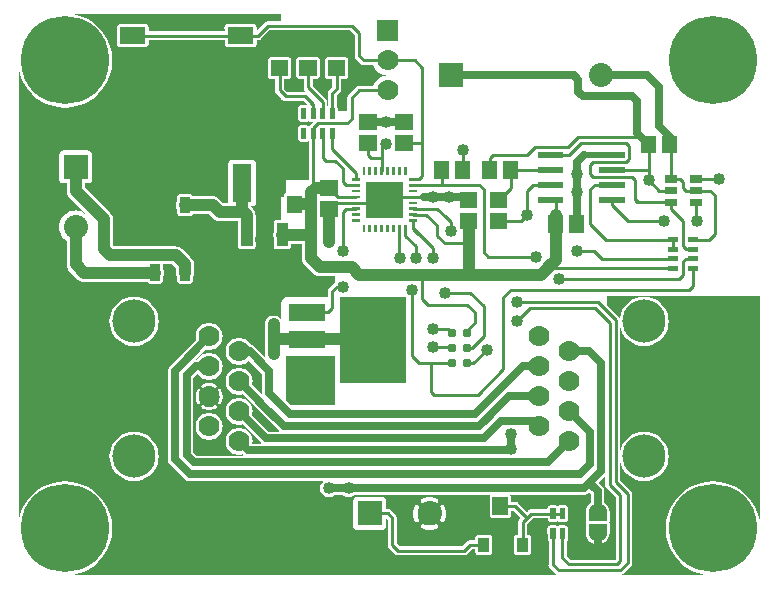
<source format=gbr>
G04 start of page 2 for group 0 idx 0 *
G04 Title: (unknown), component *
G04 Creator: pcb 20140316 *
G04 CreationDate: Sun 30 Dec 2018 07:31:13 PM GMT UTC *
G04 For: railfan *
G04 Format: Gerber/RS-274X *
G04 PCB-Dimensions (mil): 2500.00 1900.00 *
G04 PCB-Coordinate-Origin: lower left *
%MOIN*%
%FSLAX25Y25*%
%LNTOP*%
%ADD40C,0.1280*%
%ADD39C,0.0300*%
%ADD38C,0.1285*%
%ADD37C,0.0480*%
%ADD36C,0.0390*%
%ADD35R,0.0240X0.0240*%
%ADD34R,0.0200X0.0200*%
%ADD33R,0.0550X0.0550*%
%ADD32R,0.0630X0.0630*%
%ADD31R,0.0300X0.0300*%
%ADD30C,0.0600*%
%ADD29R,0.0360X0.0360*%
%ADD28R,0.0167X0.0167*%
%ADD27R,0.0560X0.0560*%
%ADD26R,0.0945X0.0945*%
%ADD25R,0.0378X0.0378*%
%ADD24R,0.0310X0.0310*%
%ADD23R,0.1220X0.1220*%
%ADD22C,0.0310*%
%ADD21R,0.0512X0.0512*%
%ADD20R,0.0091X0.0091*%
%ADD19C,0.0800*%
%ADD18C,0.1440*%
%ADD17C,0.0700*%
%ADD16C,0.2937*%
%ADD15C,0.0200*%
%ADD14C,0.0250*%
%ADD13C,0.0400*%
%ADD12C,0.0100*%
%ADD11C,0.0001*%
G54D11*G36*
X94048Y173059D02*X94057Y167784D01*
X94094Y167631D01*
X94154Y167486D01*
X94236Y167351D01*
X94339Y167232D01*
X94458Y167129D01*
X94593Y167047D01*
X94738Y166987D01*
X94891Y166950D01*
X95048Y166941D01*
X96500Y166943D01*
Y164059D01*
X96495Y164000D01*
X96514Y163765D01*
X96569Y163535D01*
X96659Y163317D01*
X96783Y163116D01*
X96783Y163115D01*
X96936Y162936D01*
X96981Y162898D01*
X97442Y162436D01*
X97427Y162440D01*
X97235Y162486D01*
X97000Y162505D01*
X96941Y162500D01*
X91121D01*
X90000Y163621D01*
Y166905D01*
X91609Y166907D01*
X91762Y166944D01*
X91907Y167004D01*
X92042Y167086D01*
X92161Y167189D01*
X92264Y167308D01*
X92346Y167443D01*
X92406Y167588D01*
X92443Y167741D01*
X92452Y167898D01*
X92443Y173173D01*
X92406Y173326D01*
X92346Y173471D01*
X92264Y173606D01*
X92161Y173725D01*
X92042Y173828D01*
X91907Y173910D01*
X91762Y173970D01*
X91609Y174007D01*
X91452Y174016D01*
X85391Y174007D01*
X85238Y173970D01*
X85093Y173910D01*
X84958Y173828D01*
X84839Y173725D01*
X84736Y173606D01*
X84654Y173471D01*
X84594Y173326D01*
X84557Y173173D01*
X84548Y173016D01*
X84557Y167741D01*
X84594Y167588D01*
X84654Y167443D01*
X84736Y167308D01*
X84839Y167189D01*
X84958Y167086D01*
X85093Y167004D01*
X85238Y166944D01*
X85391Y166907D01*
X85548Y166898D01*
X87000Y166900D01*
Y163059D01*
X86995Y163000D01*
X87014Y162765D01*
X87069Y162535D01*
X87159Y162317D01*
X87283Y162116D01*
X87436Y161936D01*
X87481Y161898D01*
X89398Y159981D01*
X89436Y159936D01*
X89615Y159783D01*
X89616Y159783D01*
X89817Y159659D01*
X90035Y159569D01*
X90265Y159514D01*
X90500Y159495D01*
X90559Y159500D01*
X96379D01*
X97864Y158015D01*
X97722Y158073D01*
X97569Y158110D01*
X97412Y158120D01*
X95583Y158110D01*
X95430Y158073D01*
X95284Y158013D01*
X95150Y157931D01*
X95030Y157829D01*
X94928Y157709D01*
X94846Y157575D01*
X94786Y157429D01*
X94749Y157276D01*
X94739Y157120D01*
X94742Y156000D01*
X38500D01*
Y177454D01*
X43923Y177460D01*
X44091Y177501D01*
X44251Y177567D01*
X44399Y177657D01*
X44530Y177770D01*
X44643Y177901D01*
X44733Y178049D01*
X44799Y178209D01*
X44840Y178377D01*
X44850Y178550D01*
X44848Y179800D01*
X70158D01*
X70161Y178362D01*
X70205Y178178D01*
X70277Y178004D01*
X70376Y177842D01*
X70499Y177699D01*
X70642Y177576D01*
X70804Y177477D01*
X70978Y177405D01*
X71162Y177361D01*
X71350Y177350D01*
X79838Y177361D01*
X80022Y177405D01*
X80196Y177477D01*
X80358Y177576D01*
X80501Y177699D01*
X80624Y177842D01*
X80723Y178004D01*
X80795Y178178D01*
X80839Y178362D01*
X80850Y178550D01*
X80848Y179800D01*
X81241D01*
X81300Y179795D01*
X81535Y179814D01*
X81535Y179814D01*
X81765Y179869D01*
X81983Y179959D01*
X82184Y180083D01*
X82364Y180236D01*
X82402Y180281D01*
X85121Y183000D01*
X111879D01*
X113500Y181379D01*
Y174559D01*
X113495Y174500D01*
X113514Y174265D01*
X113569Y174035D01*
X113659Y173817D01*
X113783Y173616D01*
X113783Y173615D01*
X113936Y173436D01*
X113981Y173398D01*
X115398Y171981D01*
X115436Y171936D01*
X115615Y171783D01*
X115616Y171783D01*
X115817Y171659D01*
X116035Y171569D01*
X116265Y171514D01*
X116500Y171495D01*
X116559Y171500D01*
X119718D01*
X119730Y171450D01*
X120031Y170723D01*
X120442Y170052D01*
X120954Y169454D01*
X121552Y168942D01*
X122223Y168531D01*
X122950Y168230D01*
X123715Y168046D01*
X124304Y168000D01*
X123715Y167954D01*
X122950Y167770D01*
X122223Y167469D01*
X121552Y167058D01*
X120954Y166546D01*
X120442Y165948D01*
X120031Y165277D01*
X119730Y164550D01*
X119718Y164500D01*
X115059D01*
X115000Y164505D01*
X114765Y164486D01*
X114535Y164431D01*
X114317Y164341D01*
X114116Y164217D01*
X114115Y164217D01*
X113936Y164064D01*
X113898Y164019D01*
X111481Y161602D01*
X111436Y161564D01*
X111283Y161384D01*
X111159Y161183D01*
X111069Y160965D01*
X111014Y160735D01*
X111014Y160735D01*
X110995Y160500D01*
X111000Y160441D01*
Y156000D01*
X107854D01*
X107851Y157276D01*
X107814Y157429D01*
X107754Y157575D01*
X107672Y157709D01*
X107570Y157829D01*
X107500Y157888D01*
Y161379D01*
X108519Y162398D01*
X108564Y162436D01*
X108717Y162615D01*
X108717Y162616D01*
X108841Y162817D01*
X108931Y163035D01*
X108986Y163265D01*
X109005Y163500D01*
X109000Y163559D01*
Y166905D01*
X110609Y166907D01*
X110762Y166944D01*
X110907Y167004D01*
X111042Y167086D01*
X111161Y167189D01*
X111264Y167308D01*
X111346Y167443D01*
X111406Y167588D01*
X111443Y167741D01*
X111452Y167898D01*
X111443Y173173D01*
X111406Y173326D01*
X111346Y173471D01*
X111264Y173606D01*
X111161Y173725D01*
X111042Y173828D01*
X110907Y173910D01*
X110762Y173970D01*
X110609Y174007D01*
X110452Y174016D01*
X104391Y174007D01*
X104238Y173970D01*
X104093Y173910D01*
X103958Y173828D01*
X103839Y173725D01*
X103736Y173606D01*
X103654Y173471D01*
X103594Y173326D01*
X103557Y173173D01*
X103548Y173016D01*
X103557Y167741D01*
X103594Y167588D01*
X103654Y167443D01*
X103736Y167308D01*
X103839Y167189D01*
X103958Y167086D01*
X104093Y167004D01*
X104238Y166944D01*
X104391Y166907D01*
X104548Y166898D01*
X106000Y166900D01*
Y164121D01*
X104981Y163102D01*
X104936Y163064D01*
X104783Y162884D01*
X104659Y162683D01*
X104569Y162465D01*
X104514Y162235D01*
X104514Y162235D01*
X104495Y162000D01*
X104500Y161941D01*
Y157847D01*
X104478Y157829D01*
X104449Y157795D01*
X104421Y157829D01*
X104350Y157889D01*
Y159091D01*
X104355Y159150D01*
X104336Y159385D01*
X104336Y159385D01*
X104281Y159615D01*
X104191Y159833D01*
X104067Y160034D01*
X103914Y160214D01*
X103869Y160252D01*
X99500Y164621D01*
Y166948D01*
X101109Y166950D01*
X101262Y166987D01*
X101407Y167047D01*
X101542Y167129D01*
X101661Y167232D01*
X101764Y167351D01*
X101846Y167486D01*
X101906Y167631D01*
X101943Y167784D01*
X101952Y167941D01*
X101943Y173216D01*
X101906Y173369D01*
X101846Y173514D01*
X101764Y173649D01*
X101661Y173768D01*
X101542Y173871D01*
X101407Y173953D01*
X101262Y174013D01*
X101109Y174050D01*
X100952Y174059D01*
X94891Y174050D01*
X94738Y174013D01*
X94593Y173953D01*
X94458Y173871D01*
X94339Y173768D01*
X94236Y173649D01*
X94154Y173514D01*
X94094Y173369D01*
X94057Y173216D01*
X94048Y173059D01*
G37*
G36*
X84548Y173016D02*X84557Y167741D01*
X84594Y167588D01*
X84654Y167443D01*
X84736Y167308D01*
X84839Y167189D01*
X84958Y167086D01*
X85093Y167004D01*
X85238Y166944D01*
X85391Y166907D01*
X85548Y166898D01*
X87000Y166900D01*
Y163059D01*
X86995Y163000D01*
X87014Y162765D01*
X87069Y162535D01*
X87159Y162317D01*
X87283Y162116D01*
X87436Y161936D01*
X87481Y161898D01*
X89398Y159981D01*
X89436Y159936D01*
X89615Y159783D01*
X89616Y159783D01*
X89817Y159659D01*
X90035Y159569D01*
X90265Y159514D01*
X90500Y159495D01*
X90559Y159500D01*
X93500D01*
Y148500D01*
X38500D01*
Y177454D01*
X43923Y177460D01*
X44091Y177501D01*
X44251Y177567D01*
X44399Y177657D01*
X44530Y177770D01*
X44643Y177901D01*
X44733Y178049D01*
X44799Y178209D01*
X44840Y178377D01*
X44850Y178550D01*
X44849Y179000D01*
X70160D01*
X70161Y178362D01*
X70205Y178178D01*
X70277Y178004D01*
X70376Y177842D01*
X70499Y177699D01*
X70642Y177576D01*
X70804Y177477D01*
X70978Y177405D01*
X71162Y177361D01*
X71350Y177350D01*
X79838Y177361D01*
X80022Y177405D01*
X80196Y177477D01*
X80358Y177576D01*
X80501Y177699D01*
X80624Y177842D01*
X80723Y178004D01*
X80795Y178178D01*
X80839Y178362D01*
X80850Y178550D01*
X80849Y179000D01*
X93500D01*
Y162500D01*
X91121D01*
X90000Y163621D01*
Y166905D01*
X91609Y166907D01*
X91762Y166944D01*
X91907Y167004D01*
X92042Y167086D01*
X92161Y167189D01*
X92264Y167308D01*
X92346Y167443D01*
X92406Y167588D01*
X92443Y167741D01*
X92452Y167898D01*
X92443Y173173D01*
X92406Y173326D01*
X92346Y173471D01*
X92264Y173606D01*
X92161Y173725D01*
X92042Y173828D01*
X91907Y173910D01*
X91762Y173970D01*
X91609Y174007D01*
X91452Y174016D01*
X85391Y174007D01*
X85238Y173970D01*
X85093Y173910D01*
X84958Y173828D01*
X84839Y173725D01*
X84736Y173606D01*
X84654Y173471D01*
X84594Y173326D01*
X84557Y173173D01*
X84548Y173016D01*
G37*
G36*
X75500Y149000D02*X51500D01*
Y178500D01*
X70161D01*
X70161Y178362D01*
X70205Y178178D01*
X70277Y178004D01*
X70376Y177842D01*
X70499Y177699D01*
X70642Y177576D01*
X70804Y177477D01*
X70978Y177405D01*
X71162Y177361D01*
X71350Y177350D01*
X75500Y177355D01*
Y149000D01*
G37*
G36*
X97412Y151424D02*X95583Y151414D01*
X95430Y151377D01*
X95284Y151317D01*
X95150Y151235D01*
X95030Y151133D01*
X94928Y151013D01*
X94846Y150879D01*
X94786Y150733D01*
X94749Y150580D01*
X94739Y150424D01*
X94749Y146724D01*
X94786Y146571D01*
X94846Y146425D01*
X94928Y146291D01*
X95030Y146171D01*
X95150Y146069D01*
X95284Y145987D01*
X95430Y145927D01*
X95583Y145890D01*
X95739Y145880D01*
X97569Y145890D01*
X97722Y145927D01*
X97868Y145987D01*
X98002Y146069D01*
X98122Y146171D01*
X98150Y146205D01*
X98179Y146171D01*
X98225Y146132D01*
Y133000D01*
X87500D01*
Y154500D01*
X94746D01*
X94749Y153420D01*
X94786Y153267D01*
X94846Y153121D01*
X94928Y152987D01*
X95030Y152867D01*
X95150Y152765D01*
X95284Y152683D01*
X95430Y152623D01*
X95583Y152586D01*
X95739Y152576D01*
X97569Y152586D01*
X97722Y152623D01*
X97868Y152683D01*
X98002Y152765D01*
X98122Y152867D01*
X98150Y152901D01*
X98179Y152867D01*
X98299Y152765D01*
X98433Y152683D01*
X98579Y152623D01*
X98732Y152586D01*
X98888Y152576D01*
X99500Y152580D01*
Y152321D01*
X98706Y151527D01*
X98661Y151489D01*
X98559Y151369D01*
X98433Y151317D01*
X98299Y151235D01*
X98179Y151133D01*
X98150Y151099D01*
X98122Y151133D01*
X98002Y151235D01*
X97868Y151317D01*
X97722Y151377D01*
X97569Y151414D01*
X97412Y151424D01*
G37*
G36*
X94744Y148500D02*X74500D01*
Y164000D01*
X87000D01*
Y163059D01*
X86995Y163000D01*
X87014Y162765D01*
X87069Y162535D01*
X87159Y162317D01*
X87283Y162116D01*
X87436Y161936D01*
X87481Y161898D01*
X89398Y159981D01*
X89436Y159936D01*
X89615Y159783D01*
X89616Y159783D01*
X89817Y159659D01*
X90035Y159569D01*
X90265Y159514D01*
X90500Y159495D01*
X90559Y159500D01*
X96379D01*
X97000Y158879D01*
Y158117D01*
X95583Y158110D01*
X95430Y158073D01*
X95284Y158013D01*
X95150Y157931D01*
X95030Y157829D01*
X94928Y157709D01*
X94846Y157575D01*
X94786Y157429D01*
X94749Y157276D01*
X94739Y157120D01*
X94749Y153420D01*
X94786Y153267D01*
X94846Y153121D01*
X94928Y152987D01*
X95030Y152867D01*
X95150Y152765D01*
X95284Y152683D01*
X95430Y152623D01*
X95583Y152586D01*
X95739Y152576D01*
X97000Y152583D01*
Y151421D01*
X95583Y151414D01*
X95430Y151377D01*
X95284Y151317D01*
X95150Y151235D01*
X95030Y151133D01*
X94928Y151013D01*
X94846Y150879D01*
X94786Y150733D01*
X94749Y150580D01*
X94739Y150424D01*
X94744Y148500D01*
G37*
G36*
X67320Y179800D02*X70158D01*
X70161Y178362D01*
X70205Y178178D01*
X70277Y178004D01*
X70376Y177842D01*
X70499Y177699D01*
X70642Y177576D01*
X70804Y177477D01*
X70978Y177405D01*
X71162Y177361D01*
X71350Y177350D01*
X79838Y177361D01*
X80022Y177405D01*
X80196Y177477D01*
X80358Y177576D01*
X80501Y177699D01*
X80624Y177842D01*
X80723Y178004D01*
X80795Y178178D01*
X80839Y178362D01*
X80850Y178550D01*
X80848Y179800D01*
X81241D01*
X81300Y179795D01*
X81535Y179814D01*
X81535Y179814D01*
X81765Y179869D01*
X81983Y179959D01*
X82184Y180083D01*
X82364Y180236D01*
X82402Y180281D01*
X85121Y183000D01*
X89000D01*
Y174012D01*
X85391Y174007D01*
X85238Y173970D01*
X85093Y173910D01*
X84958Y173828D01*
X84839Y173725D01*
X84736Y173606D01*
X84654Y173471D01*
X84594Y173326D01*
X84557Y173173D01*
X84548Y173016D01*
X84557Y167741D01*
X84594Y167588D01*
X84654Y167443D01*
X84736Y167308D01*
X84839Y167189D01*
X84958Y167086D01*
X85093Y167004D01*
X85238Y166944D01*
X85391Y166907D01*
X85548Y166898D01*
X87000Y166900D01*
Y163059D01*
X86995Y163000D01*
X87014Y162765D01*
X87069Y162535D01*
X87159Y162317D01*
X87283Y162116D01*
X87436Y161936D01*
X87481Y161898D01*
X89000Y160379D01*
Y119869D01*
X87359Y119865D01*
X87206Y119828D01*
X87061Y119768D01*
X86926Y119686D01*
X86807Y119583D01*
X86704Y119464D01*
X86622Y119329D01*
X86562Y119184D01*
X86525Y119031D01*
X86516Y118874D01*
X86520Y115765D01*
X86434Y115408D01*
X86397Y114937D01*
X86434Y114466D01*
X86522Y114101D01*
X86525Y110843D01*
X86562Y110690D01*
X86622Y110545D01*
X86704Y110410D01*
X86807Y110291D01*
X86926Y110188D01*
X87061Y110106D01*
X87206Y110046D01*
X87359Y110009D01*
X87516Y110000D01*
X89000Y110003D01*
Y95000D01*
X67320D01*
Y119741D01*
X67570Y119638D01*
X68029Y119528D01*
X68500Y119491D01*
X68618Y119500D01*
X74500D01*
Y115148D01*
X74491Y115031D01*
X74528Y114561D01*
X74528Y114560D01*
X74528Y114560D01*
X74528Y114560D01*
X74561Y114422D01*
X74638Y114101D01*
X74638Y114101D01*
X74638Y114101D01*
X74708Y113931D01*
X74710Y113928D01*
X74713Y110843D01*
X74750Y110690D01*
X74810Y110545D01*
X74892Y110410D01*
X74995Y110291D01*
X75114Y110188D01*
X75249Y110106D01*
X75394Y110046D01*
X75547Y110009D01*
X75704Y110000D01*
X79641Y110009D01*
X79794Y110046D01*
X79939Y110106D01*
X80074Y110188D01*
X80193Y110291D01*
X80296Y110410D01*
X80378Y110545D01*
X80438Y110690D01*
X80475Y110843D01*
X80484Y111000D01*
X80480Y114109D01*
X80566Y114466D01*
X80603Y114937D01*
X80566Y115408D01*
X80500Y115684D01*
Y121382D01*
X80509Y121500D01*
X80472Y121971D01*
X80472Y121971D01*
X80362Y122430D01*
X80181Y122866D01*
X79935Y123269D01*
X79628Y123628D01*
X79538Y123704D01*
X79000Y124243D01*
Y124371D01*
X79385Y124372D01*
X79615Y124427D01*
X79833Y124517D01*
X80034Y124641D01*
X80214Y124794D01*
X80367Y124974D01*
X80491Y125175D01*
X80581Y125393D01*
X80636Y125623D01*
X80650Y125858D01*
X80636Y138692D01*
X80581Y138922D01*
X80491Y139140D01*
X80367Y139341D01*
X80214Y139521D01*
X80034Y139674D01*
X79833Y139798D01*
X79615Y139888D01*
X79385Y139943D01*
X79150Y139957D01*
X72615Y139943D01*
X72385Y139888D01*
X72167Y139798D01*
X71966Y139674D01*
X71786Y139521D01*
X71633Y139341D01*
X71509Y139140D01*
X71419Y138922D01*
X71364Y138692D01*
X71350Y138457D01*
X71364Y125623D01*
X71393Y125500D01*
X69743D01*
X68454Y126788D01*
X68378Y126878D01*
X68019Y127185D01*
X67616Y127431D01*
X67320Y127554D01*
Y179800D01*
G37*
G36*
X70150Y184050D02*X70152Y182800D01*
X67320D01*
Y188500D01*
X89000D01*
Y186000D01*
X84559D01*
X84500Y186005D01*
X84265Y185986D01*
X84035Y185931D01*
X83817Y185841D01*
X83616Y185717D01*
X83615Y185717D01*
X83436Y185564D01*
X83398Y185519D01*
X80841Y182963D01*
X80839Y184238D01*
X80795Y184422D01*
X80723Y184596D01*
X80624Y184758D01*
X80501Y184901D01*
X80358Y185024D01*
X80196Y185123D01*
X80022Y185195D01*
X79838Y185239D01*
X79650Y185250D01*
X71162Y185239D01*
X70978Y185195D01*
X70804Y185123D01*
X70642Y185024D01*
X70499Y184901D01*
X70376Y184758D01*
X70277Y184596D01*
X70205Y184422D01*
X70161Y184238D01*
X70150Y184050D01*
G37*
G36*
X37496Y177452D02*X43923Y177460D01*
X44091Y177501D01*
X44251Y177567D01*
X44399Y177657D01*
X44530Y177770D01*
X44643Y177901D01*
X44733Y178049D01*
X44799Y178209D01*
X44840Y178377D01*
X44850Y178550D01*
X44848Y179800D01*
X67320D01*
Y127554D01*
X67180Y127612D01*
X66721Y127722D01*
X66721Y127722D01*
X66250Y127759D01*
X66132Y127750D01*
X59518D01*
X59504Y127810D01*
X59444Y127955D01*
X59362Y128090D01*
X59259Y128209D01*
X59140Y128312D01*
X59005Y128394D01*
X58860Y128454D01*
X58707Y128491D01*
X58550Y128500D01*
X55293Y128491D01*
X55140Y128454D01*
X54995Y128394D01*
X54860Y128312D01*
X54741Y128209D01*
X54638Y128090D01*
X54556Y127955D01*
X54496Y127810D01*
X54459Y127657D01*
X54450Y127500D01*
X54452Y126333D01*
X54319Y126116D01*
X54138Y125680D01*
X54028Y125221D01*
X53991Y124750D01*
X54028Y124279D01*
X54138Y123820D01*
X54319Y123384D01*
X54457Y123158D01*
X54459Y121843D01*
X54496Y121690D01*
X54556Y121545D01*
X54638Y121410D01*
X54741Y121291D01*
X54860Y121188D01*
X54995Y121106D01*
X55140Y121046D01*
X55293Y121009D01*
X55450Y121000D01*
X58707Y121009D01*
X58860Y121046D01*
X59005Y121106D01*
X59140Y121188D01*
X59259Y121291D01*
X59362Y121410D01*
X59444Y121545D01*
X59504Y121690D01*
X59518Y121750D01*
X65007D01*
X66296Y120462D01*
X66372Y120372D01*
X66731Y120066D01*
X66731Y120065D01*
X67134Y119819D01*
X67320Y119741D01*
Y95000D01*
X37496D01*
Y99250D01*
X44482D01*
X44496Y99190D01*
X44556Y99045D01*
X44638Y98910D01*
X44741Y98791D01*
X44860Y98688D01*
X44995Y98606D01*
X45140Y98546D01*
X45293Y98509D01*
X45450Y98500D01*
X48707Y98509D01*
X48860Y98546D01*
X49005Y98606D01*
X49140Y98688D01*
X49259Y98791D01*
X49362Y98910D01*
X49444Y99045D01*
X49504Y99190D01*
X49541Y99343D01*
X49550Y99500D01*
X49548Y100667D01*
X49681Y100884D01*
X49862Y101320D01*
X49972Y101779D01*
X50009Y102250D01*
X49972Y102721D01*
X49862Y103180D01*
X49681Y103616D01*
X49543Y103842D01*
X49541Y105000D01*
X52757D01*
X54000Y103757D01*
Y102250D01*
X54028Y101779D01*
X54138Y101320D01*
X54319Y100884D01*
X54457Y100658D01*
X54459Y99343D01*
X54496Y99190D01*
X54556Y99045D01*
X54638Y98910D01*
X54741Y98791D01*
X54860Y98688D01*
X54995Y98606D01*
X55140Y98546D01*
X55293Y98509D01*
X55450Y98500D01*
X58707Y98509D01*
X58860Y98546D01*
X59005Y98606D01*
X59140Y98688D01*
X59259Y98791D01*
X59362Y98910D01*
X59444Y99045D01*
X59504Y99190D01*
X59541Y99343D01*
X59550Y99500D01*
X59548Y100667D01*
X59681Y100884D01*
X59862Y101320D01*
X59972Y101779D01*
X60000Y102250D01*
Y104882D01*
X60009Y105000D01*
X59972Y105471D01*
X59972Y105471D01*
X59862Y105930D01*
X59681Y106366D01*
X59435Y106769D01*
X59128Y107128D01*
X59038Y107204D01*
X56204Y110038D01*
X56128Y110128D01*
X55769Y110435D01*
X55366Y110681D01*
X54930Y110862D01*
X54471Y110972D01*
X54471Y110972D01*
X54000Y111009D01*
X53882Y111000D01*
X37496D01*
Y177452D01*
G37*
G36*
X67320Y182800D02*X44842D01*
X44840Y184223D01*
X44799Y184391D01*
X44733Y184551D01*
X44643Y184699D01*
X44530Y184830D01*
X44399Y184943D01*
X44251Y185033D01*
X44091Y185099D01*
X43923Y185140D01*
X43750Y185150D01*
X37496Y185142D01*
Y188500D01*
X67320D01*
Y182800D01*
G37*
G36*
X37496Y185142D02*X35277Y185140D01*
X35109Y185099D01*
X34949Y185033D01*
X34801Y184943D01*
X34670Y184830D01*
X34557Y184699D01*
X34467Y184551D01*
X34401Y184391D01*
X34360Y184223D01*
X34350Y184050D01*
X34360Y178377D01*
X34401Y178209D01*
X34467Y178049D01*
X34557Y177901D01*
X34670Y177770D01*
X34801Y177657D01*
X34949Y177567D01*
X35109Y177501D01*
X35277Y177460D01*
X35450Y177450D01*
X37496Y177452D01*
Y111000D01*
X33243D01*
X33000Y111243D01*
Y119882D01*
X33009Y120000D01*
X32972Y120471D01*
X32972Y120471D01*
X32862Y120930D01*
X32681Y121366D01*
X32435Y121769D01*
X32128Y122128D01*
X32038Y122204D01*
X23500Y130743D01*
Y132012D01*
X24735Y132014D01*
X24965Y132069D01*
X25183Y132159D01*
X25384Y132283D01*
X25564Y132436D01*
X25717Y132616D01*
X25841Y132817D01*
X25931Y133035D01*
X25986Y133265D01*
X26000Y133500D01*
X25986Y141735D01*
X25931Y141965D01*
X25841Y142183D01*
X25717Y142384D01*
X25564Y142564D01*
X25384Y142717D01*
X25183Y142841D01*
X24965Y142931D01*
X24735Y142986D01*
X24500Y143000D01*
X16265Y142986D01*
X16035Y142931D01*
X15817Y142841D01*
X15616Y142717D01*
X15436Y142564D01*
X15283Y142384D01*
X15159Y142183D01*
X15069Y141965D01*
X15014Y141735D01*
X15000Y141500D01*
X15014Y133265D01*
X15069Y133035D01*
X15159Y132817D01*
X15283Y132616D01*
X15436Y132436D01*
X15616Y132283D01*
X15817Y132159D01*
X16035Y132069D01*
X16265Y132014D01*
X16500Y132000D01*
X17500Y132002D01*
Y129618D01*
X17491Y129500D01*
X17528Y129029D01*
X17638Y128570D01*
X17819Y128134D01*
X18065Y127731D01*
X18066Y127731D01*
X18372Y127372D01*
X18462Y127296D01*
X24094Y121663D01*
X23743Y121963D01*
X23005Y122416D01*
X22205Y122747D01*
X21363Y122949D01*
X20500Y123017D01*
X19637Y122949D01*
X18795Y122747D01*
X17995Y122416D01*
X17257Y121963D01*
X16599Y121401D01*
X16037Y120743D01*
X15584Y120005D01*
X15253Y119205D01*
X15051Y118363D01*
X14983Y117500D01*
X15051Y116637D01*
X15253Y115795D01*
X15584Y114995D01*
X16037Y114257D01*
X16599Y113599D01*
X17257Y113037D01*
X17500Y112888D01*
Y105118D01*
X17491Y105000D01*
X17528Y104529D01*
Y104529D01*
X17549Y104440D01*
X17638Y104070D01*
X17819Y103634D01*
X18065Y103231D01*
X18065Y103231D01*
X18372Y102872D01*
X18462Y102796D01*
X21046Y100212D01*
X21122Y100122D01*
X21481Y99816D01*
X21481Y99815D01*
X21884Y99569D01*
X22320Y99388D01*
X22779Y99278D01*
X23250Y99241D01*
X23368Y99250D01*
X37496D01*
Y95000D01*
X1500D01*
Y170378D01*
X2038Y168138D01*
X2982Y165858D01*
X4272Y163753D01*
X5876Y161876D01*
X7753Y160272D01*
X9858Y158982D01*
X12138Y158038D01*
X14539Y157461D01*
X17000Y157268D01*
X19461Y157461D01*
X21862Y158038D01*
X24142Y158982D01*
X26247Y160272D01*
X28124Y161876D01*
X29728Y163753D01*
X31018Y165858D01*
X31962Y168138D01*
X32539Y170539D01*
X32684Y173000D01*
X32539Y175461D01*
X31962Y177862D01*
X31018Y180142D01*
X29728Y182247D01*
X28124Y184124D01*
X26247Y185728D01*
X24142Y187018D01*
X21862Y187962D01*
X19622Y188500D01*
X37496D01*
Y185142D01*
G37*
G36*
X86500Y135000D02*X90500D01*
Y128852D01*
X90486Y128846D01*
X90351Y128764D01*
X90232Y128661D01*
X90129Y128542D01*
X90047Y128407D01*
X89987Y128262D01*
X89950Y128109D01*
X89941Y127952D01*
X89942Y127500D01*
X86500D01*
Y135000D01*
G37*
G36*
X87500Y95000D02*Y110001D01*
X87516Y110000D01*
X91453Y110009D01*
X91606Y110046D01*
X91751Y110106D01*
X91886Y110188D01*
X92005Y110291D01*
X92108Y110410D01*
X92190Y110545D01*
X92250Y110690D01*
X92287Y110843D01*
X92296Y111000D01*
X92295Y111937D01*
X96000D01*
Y107118D01*
X95991Y107000D01*
X96028Y106529D01*
Y106529D01*
X96049Y106440D01*
X96138Y106070D01*
X96319Y105634D01*
X96565Y105231D01*
X96565Y105231D01*
X96872Y104872D01*
X96962Y104796D01*
X99000Y102757D01*
Y95000D01*
X87500D01*
G37*
G36*
X90500Y74500D02*X107000D01*
Y58000D01*
X92182D01*
X90500Y59682D01*
Y74500D01*
G37*
G36*
X108500Y94000D02*X130500D01*
Y65500D01*
X108500D01*
Y94000D01*
G37*
G36*
X65002Y32750D02*X103015D01*
X102872Y32628D01*
X102565Y32269D01*
X102319Y31866D01*
X102138Y31430D01*
X102028Y30971D01*
X101991Y30500D01*
X102028Y30029D01*
X102138Y29570D01*
X102319Y29134D01*
X102565Y28731D01*
X102872Y28372D01*
X103231Y28065D01*
X103634Y27819D01*
X104070Y27638D01*
X104529Y27528D01*
X105000Y27491D01*
X105471Y27528D01*
X105930Y27638D01*
X106366Y27819D01*
X106769Y28065D01*
X106985Y28250D01*
X107000D01*
Y1500D01*
X65002D01*
Y32750D01*
G37*
G36*
X68720Y107500D02*X96000D01*
Y107118D01*
X95991Y107000D01*
X96028Y106529D01*
Y106529D01*
X96049Y106440D01*
X96138Y106070D01*
X96319Y105634D01*
X96565Y105231D01*
X96565Y105231D01*
X96872Y104872D01*
X96962Y104796D01*
X99796Y101962D01*
X99872Y101872D01*
X100231Y101565D01*
X100231Y101565D01*
X100634Y101319D01*
X101070Y101138D01*
X101440Y101049D01*
X101529Y101028D01*
X101529D01*
X102000Y100991D01*
X102118Y101000D01*
X107000D01*
Y99162D01*
X106819Y98866D01*
X106805Y98833D01*
X106616Y98717D01*
X106615Y98717D01*
X106436Y98564D01*
X106398Y98519D01*
X104981Y97102D01*
X104936Y97064D01*
X104783Y96884D01*
X104659Y96683D01*
X104569Y96465D01*
X104514Y96235D01*
X104514Y96235D01*
X104495Y96000D01*
X104500Y95941D01*
Y94175D01*
X104475Y94185D01*
X104092Y94277D01*
X103700Y94300D01*
X91108Y94277D01*
X90725Y94185D01*
X90362Y94034D01*
X90026Y93829D01*
X89727Y93573D01*
X89471Y93274D01*
X89266Y92938D01*
X89115Y92575D01*
X89023Y92192D01*
X89000Y91800D01*
X89020Y86629D01*
X88935Y86769D01*
X88628Y87128D01*
X88269Y87435D01*
X87866Y87681D01*
X87430Y87862D01*
X86971Y87972D01*
X86500Y88009D01*
X86029Y87972D01*
X85570Y87862D01*
X85134Y87681D01*
X84731Y87435D01*
X84372Y87128D01*
X84065Y86769D01*
X83819Y86366D01*
X83638Y85930D01*
X83528Y85471D01*
X83528Y85471D01*
X83491Y85000D01*
X83500Y84882D01*
Y80118D01*
X83491Y80000D01*
X83500Y79882D01*
Y75118D01*
X83491Y75000D01*
X83528Y74529D01*
X83638Y74070D01*
X83657Y74025D01*
X80153Y77529D01*
X80096Y77596D01*
X79827Y77826D01*
X79525Y78011D01*
X79197Y78146D01*
X78922Y78213D01*
X78652Y78653D01*
X78192Y79192D01*
X77653Y79652D01*
X77049Y80022D01*
X76395Y80293D01*
X75706Y80458D01*
X75000Y80514D01*
X74294Y80458D01*
X73605Y80293D01*
X72951Y80022D01*
X72347Y79652D01*
X71808Y79192D01*
X71348Y78653D01*
X70978Y78049D01*
X70707Y77395D01*
X70542Y76706D01*
X70486Y76000D01*
X70542Y75294D01*
X70707Y74605D01*
X70978Y73951D01*
X71348Y73347D01*
X71808Y72808D01*
X72347Y72348D01*
X72951Y71978D01*
X73605Y71707D01*
X74294Y71542D01*
X75000Y71486D01*
X75706Y71542D01*
X76395Y71707D01*
X77049Y71978D01*
X77653Y72348D01*
X78192Y72808D01*
X78338Y72980D01*
X82750Y68568D01*
Y62088D01*
X82743Y62000D01*
X82771Y61647D01*
X82845Y61337D01*
X79348Y64834D01*
X79458Y65294D01*
X79500Y66000D01*
X79458Y66706D01*
X79293Y67395D01*
X79022Y68049D01*
X78652Y68653D01*
X78192Y69192D01*
X77653Y69652D01*
X77049Y70022D01*
X76395Y70293D01*
X75706Y70458D01*
X75000Y70514D01*
X74294Y70458D01*
X73605Y70293D01*
X72951Y70022D01*
X72347Y69652D01*
X71808Y69192D01*
X71348Y68653D01*
X70978Y68049D01*
X70707Y67395D01*
X70542Y66706D01*
X70486Y66000D01*
X70542Y65294D01*
X70707Y64605D01*
X70978Y63951D01*
X71348Y63347D01*
X71808Y62808D01*
X72347Y62348D01*
X72951Y61978D01*
X73605Y61707D01*
X74294Y61542D01*
X75000Y61486D01*
X75706Y61542D01*
X76166Y61652D01*
X88347Y49471D01*
X88404Y49404D01*
X88585Y49250D01*
X84932D01*
X79348Y54834D01*
X79458Y55294D01*
X79500Y56000D01*
X79458Y56706D01*
X79293Y57395D01*
X79022Y58049D01*
X78652Y58653D01*
X78192Y59192D01*
X77653Y59652D01*
X77049Y60022D01*
X76395Y60293D01*
X75706Y60458D01*
X75000Y60514D01*
X74294Y60458D01*
X73605Y60293D01*
X72951Y60022D01*
X72347Y59652D01*
X71808Y59192D01*
X71348Y58653D01*
X70978Y58049D01*
X70707Y57395D01*
X70542Y56706D01*
X70486Y56000D01*
X70542Y55294D01*
X70707Y54605D01*
X70978Y53951D01*
X71348Y53347D01*
X71808Y52808D01*
X72347Y52348D01*
X72951Y51978D01*
X73605Y51707D01*
X74294Y51542D01*
X75000Y51486D01*
X75706Y51542D01*
X76166Y51652D01*
X82347Y45471D01*
X82404Y45404D01*
X82585Y45250D01*
X79448D01*
X79458Y45294D01*
X79500Y46000D01*
X79458Y46706D01*
X79293Y47395D01*
X79022Y48049D01*
X78652Y48653D01*
X78192Y49192D01*
X77653Y49652D01*
X77049Y50022D01*
X76395Y50293D01*
X75706Y50458D01*
X75000Y50514D01*
X74294Y50458D01*
X73605Y50293D01*
X72951Y50022D01*
X72347Y49652D01*
X71808Y49192D01*
X71348Y48653D01*
X70978Y48049D01*
X70707Y47395D01*
X70542Y46706D01*
X70486Y46000D01*
X70542Y45294D01*
X70707Y44605D01*
X70978Y43951D01*
X71348Y43347D01*
X71808Y42808D01*
X72347Y42348D01*
X72951Y41978D01*
X73605Y41707D01*
X74294Y41542D01*
X75000Y41486D01*
X75706Y41542D01*
X76166Y41652D01*
X76347Y41471D01*
X76404Y41404D01*
X76585Y41250D01*
X68720D01*
Y48459D01*
X69022Y48951D01*
X69293Y49605D01*
X69458Y50294D01*
X69500Y51000D01*
X69458Y51706D01*
X69293Y52395D01*
X69022Y53049D01*
X68720Y53541D01*
Y58544D01*
X68771Y58583D01*
X68826Y58639D01*
X68870Y58704D01*
X69064Y59056D01*
X69221Y59426D01*
X69344Y59809D01*
X69433Y60200D01*
X69487Y60599D01*
X69504Y61000D01*
X69487Y61401D01*
X69433Y61800D01*
X69344Y62191D01*
X69221Y62574D01*
X69064Y62944D01*
X68874Y63298D01*
X68829Y63363D01*
X68774Y63420D01*
X68720Y63460D01*
Y68459D01*
X69022Y68951D01*
X69293Y69605D01*
X69458Y70294D01*
X69500Y71000D01*
X69458Y71706D01*
X69293Y72395D01*
X69022Y73049D01*
X68720Y73541D01*
Y78459D01*
X69022Y78951D01*
X69293Y79605D01*
X69458Y80294D01*
X69500Y81000D01*
X69458Y81706D01*
X69293Y82395D01*
X69022Y83049D01*
X68720Y83541D01*
Y107500D01*
G37*
G36*
Y73541D02*X68652Y73653D01*
X68192Y74192D01*
X67653Y74652D01*
X67049Y75022D01*
X66395Y75293D01*
X65706Y75458D01*
X65002Y75514D01*
Y76486D01*
X65706Y76542D01*
X66395Y76707D01*
X67049Y76978D01*
X67653Y77348D01*
X68192Y77808D01*
X68652Y78347D01*
X68720Y78459D01*
Y73541D01*
G37*
G36*
Y53541D02*X68652Y53653D01*
X68192Y54192D01*
X67653Y54652D01*
X67049Y55022D01*
X66395Y55293D01*
X65706Y55458D01*
X65002Y55514D01*
Y56496D01*
X65401Y56513D01*
X65800Y56567D01*
X66191Y56656D01*
X66574Y56779D01*
X66944Y56936D01*
X67298Y57126D01*
X67363Y57171D01*
X67420Y57226D01*
X67468Y57290D01*
X67504Y57360D01*
X67530Y57435D01*
X67544Y57513D01*
X67545Y57592D01*
X67533Y57671D01*
X67510Y57746D01*
X67475Y57817D01*
X67429Y57882D01*
X67374Y57939D01*
X67311Y57987D01*
X67241Y58024D01*
X67166Y58049D01*
X67088Y58063D01*
X67008Y58064D01*
X66930Y58052D01*
X66854Y58029D01*
X66784Y57993D01*
X66510Y57843D01*
X66223Y57721D01*
X65926Y57625D01*
X65621Y57556D01*
X65312Y57514D01*
X65002Y57500D01*
Y64500D01*
X65312Y64486D01*
X65621Y64444D01*
X65926Y64375D01*
X66223Y64279D01*
X66510Y64157D01*
X66786Y64010D01*
X66855Y63974D01*
X66931Y63951D01*
X67009Y63940D01*
X67087Y63941D01*
X67165Y63954D01*
X67239Y63980D01*
X67309Y64016D01*
X67372Y64064D01*
X67427Y64120D01*
X67472Y64184D01*
X67507Y64255D01*
X67530Y64330D01*
X67541Y64408D01*
X67540Y64487D01*
X67527Y64564D01*
X67501Y64639D01*
X67465Y64708D01*
X67417Y64771D01*
X67361Y64826D01*
X67296Y64870D01*
X66944Y65064D01*
X66574Y65221D01*
X66191Y65344D01*
X65800Y65433D01*
X65401Y65487D01*
X65002Y65504D01*
Y66486D01*
X65706Y66542D01*
X66395Y66707D01*
X67049Y66978D01*
X67653Y67348D01*
X68192Y67808D01*
X68652Y68347D01*
X68720Y68459D01*
Y63460D01*
X68710Y63468D01*
X68640Y63504D01*
X68565Y63530D01*
X68487Y63544D01*
X68408Y63545D01*
X68329Y63533D01*
X68254Y63510D01*
X68183Y63475D01*
X68118Y63429D01*
X68061Y63374D01*
X68013Y63311D01*
X67976Y63241D01*
X67951Y63166D01*
X67937Y63088D01*
X67936Y63008D01*
X67948Y62930D01*
X67971Y62854D01*
X68007Y62784D01*
X68157Y62510D01*
X68279Y62223D01*
X68375Y61926D01*
X68444Y61621D01*
X68486Y61312D01*
X68500Y61000D01*
X68486Y60688D01*
X68444Y60379D01*
X68375Y60074D01*
X68279Y59777D01*
X68157Y59490D01*
X68010Y59214D01*
X67974Y59145D01*
X67951Y59069D01*
X67940Y58991D01*
X67941Y58913D01*
X67954Y58835D01*
X67980Y58761D01*
X68016Y58691D01*
X68064Y58628D01*
X68120Y58573D01*
X68184Y58528D01*
X68255Y58493D01*
X68330Y58470D01*
X68408Y58459D01*
X68487Y58460D01*
X68564Y58473D01*
X68639Y58499D01*
X68708Y58535D01*
X68720Y58544D01*
Y53541D01*
G37*
G36*
Y41250D02*X65002D01*
Y46486D01*
X65706Y46542D01*
X66395Y46707D01*
X67049Y46978D01*
X67653Y47348D01*
X68192Y47808D01*
X68652Y48347D01*
X68720Y48459D01*
Y41250D01*
G37*
G36*
X65002Y107500D02*X68720D01*
Y83541D01*
X68652Y83653D01*
X68192Y84192D01*
X67653Y84652D01*
X67049Y85022D01*
X66395Y85293D01*
X65706Y85458D01*
X65002Y85514D01*
Y107500D01*
G37*
G36*
Y75514D02*X65000Y75514D01*
X64294Y75458D01*
X63605Y75293D01*
X62951Y75022D01*
X62347Y74652D01*
X61808Y74192D01*
X61348Y73653D01*
X61101Y73250D01*
X60588D01*
X60500Y73257D01*
X60434Y73252D01*
X63834Y76652D01*
X64294Y76542D01*
X65000Y76486D01*
X65002Y76486D01*
Y75514D01*
G37*
G36*
X61280Y68459D02*X61348Y68347D01*
X61808Y67808D01*
X62347Y67348D01*
X62951Y66978D01*
X63605Y66707D01*
X64294Y66542D01*
X65000Y66486D01*
X65002Y66486D01*
Y65504D01*
X65000Y65504D01*
X64599Y65487D01*
X64200Y65433D01*
X63809Y65344D01*
X63426Y65221D01*
X63056Y65064D01*
X62702Y64874D01*
X62637Y64829D01*
X62580Y64774D01*
X62532Y64710D01*
X62496Y64640D01*
X62470Y64565D01*
X62456Y64487D01*
X62455Y64408D01*
X62467Y64329D01*
X62490Y64254D01*
X62525Y64183D01*
X62571Y64118D01*
X62626Y64061D01*
X62689Y64013D01*
X62759Y63976D01*
X62834Y63951D01*
X62912Y63937D01*
X62992Y63936D01*
X63070Y63948D01*
X63146Y63971D01*
X63216Y64007D01*
X63490Y64157D01*
X63777Y64279D01*
X64074Y64375D01*
X64379Y64444D01*
X64688Y64486D01*
X65000Y64500D01*
X65002Y64500D01*
Y57500D01*
X65000Y57500D01*
X64688Y57514D01*
X64379Y57556D01*
X64074Y57625D01*
X63777Y57721D01*
X63490Y57843D01*
X63214Y57990D01*
X63145Y58026D01*
X63069Y58049D01*
X62991Y58060D01*
X62913Y58059D01*
X62835Y58046D01*
X62761Y58020D01*
X62691Y57984D01*
X62628Y57936D01*
X62573Y57880D01*
X62528Y57816D01*
X62493Y57745D01*
X62470Y57670D01*
X62459Y57592D01*
X62460Y57513D01*
X62473Y57436D01*
X62499Y57361D01*
X62535Y57292D01*
X62583Y57229D01*
X62639Y57174D01*
X62704Y57130D01*
X63056Y56936D01*
X63426Y56779D01*
X63809Y56656D01*
X64200Y56567D01*
X64599Y56513D01*
X65000Y56496D01*
X65002Y56496D01*
Y55514D01*
X65000Y55514D01*
X64294Y55458D01*
X63605Y55293D01*
X62951Y55022D01*
X62347Y54652D01*
X61808Y54192D01*
X61348Y53653D01*
X61280Y53541D01*
Y58540D01*
X61290Y58532D01*
X61360Y58496D01*
X61435Y58470D01*
X61513Y58456D01*
X61592Y58455D01*
X61671Y58467D01*
X61746Y58490D01*
X61817Y58525D01*
X61882Y58571D01*
X61939Y58626D01*
X61987Y58689D01*
X62024Y58759D01*
X62049Y58834D01*
X62063Y58912D01*
X62064Y58992D01*
X62052Y59070D01*
X62029Y59146D01*
X61993Y59216D01*
X61843Y59490D01*
X61721Y59777D01*
X61625Y60074D01*
X61556Y60379D01*
X61514Y60688D01*
X61500Y61000D01*
X61514Y61312D01*
X61556Y61621D01*
X61625Y61926D01*
X61721Y62223D01*
X61843Y62510D01*
X61990Y62786D01*
X62026Y62855D01*
X62049Y62931D01*
X62060Y63009D01*
X62059Y63087D01*
X62046Y63165D01*
X62020Y63239D01*
X61984Y63309D01*
X61936Y63372D01*
X61880Y63427D01*
X61816Y63472D01*
X61745Y63507D01*
X61670Y63530D01*
X61592Y63541D01*
X61513Y63540D01*
X61436Y63527D01*
X61361Y63501D01*
X61292Y63465D01*
X61280Y63456D01*
Y68459D01*
G37*
G36*
X65002Y41250D02*X61280D01*
Y48459D01*
X61348Y48347D01*
X61808Y47808D01*
X62347Y47348D01*
X62951Y46978D01*
X63605Y46707D01*
X64294Y46542D01*
X65000Y46486D01*
X65002Y46486D01*
Y41250D01*
G37*
G36*
X61280D02*X60932D01*
X59750Y42432D01*
Y67068D01*
X61227Y68545D01*
X61280Y68459D01*
Y63456D01*
X61229Y63417D01*
X61174Y63361D01*
X61130Y63296D01*
X60936Y62944D01*
X60779Y62574D01*
X60656Y62191D01*
X60567Y61800D01*
X60513Y61401D01*
X60496Y61000D01*
X60513Y60599D01*
X60567Y60200D01*
X60656Y59809D01*
X60779Y59426D01*
X60936Y59056D01*
X61126Y58702D01*
X61171Y58637D01*
X61226Y58580D01*
X61280Y58540D01*
Y53541D01*
X60978Y53049D01*
X60707Y52395D01*
X60542Y51706D01*
X60486Y51000D01*
X60542Y50294D01*
X60707Y49605D01*
X60978Y48951D01*
X61280Y48459D01*
Y41250D01*
G37*
G36*
X44482Y99250D02*X44496Y99190D01*
X44556Y99045D01*
X44638Y98910D01*
X44741Y98791D01*
X44860Y98688D01*
X44995Y98606D01*
X45140Y98546D01*
X45293Y98509D01*
X45450Y98500D01*
X48707Y98509D01*
X48860Y98546D01*
X49005Y98606D01*
X49140Y98688D01*
X49259Y98791D01*
X49362Y98910D01*
X49444Y99045D01*
X49504Y99190D01*
X49541Y99343D01*
X49550Y99500D01*
X49548Y100667D01*
X49681Y100884D01*
X49862Y101320D01*
X49972Y101779D01*
X50009Y102250D01*
X49972Y102721D01*
X49862Y103180D01*
X49681Y103616D01*
X49543Y103842D01*
X49541Y105000D01*
X52757D01*
X54000Y103757D01*
Y102250D01*
X54028Y101779D01*
X54138Y101320D01*
X54319Y100884D01*
X54457Y100658D01*
X54459Y99343D01*
X54496Y99190D01*
X54556Y99045D01*
X54638Y98910D01*
X54741Y98791D01*
X54860Y98688D01*
X54995Y98606D01*
X55140Y98546D01*
X55293Y98509D01*
X55450Y98500D01*
X58707Y98509D01*
X58860Y98546D01*
X59005Y98606D01*
X59140Y98688D01*
X59259Y98791D01*
X59362Y98910D01*
X59444Y99045D01*
X59504Y99190D01*
X59541Y99343D01*
X59550Y99500D01*
X59548Y100667D01*
X59681Y100884D01*
X59862Y101320D01*
X59972Y101779D01*
X60000Y102250D01*
Y104882D01*
X60009Y105000D01*
X59972Y105471D01*
X59972Y105471D01*
X59862Y105930D01*
X59681Y106366D01*
X59435Y106769D01*
X59128Y107128D01*
X59038Y107204D01*
X58743Y107500D01*
X65002D01*
Y85514D01*
X65000Y85514D01*
X64294Y85458D01*
X63605Y85293D01*
X62951Y85022D01*
X62347Y84652D01*
X61808Y84192D01*
X61348Y83653D01*
X60978Y83049D01*
X60707Y82395D01*
X60542Y81706D01*
X60486Y81000D01*
X60542Y80294D01*
X60652Y79834D01*
X51971Y71153D01*
X51904Y71096D01*
X51674Y70827D01*
X51489Y70525D01*
X51354Y70197D01*
X51271Y69853D01*
X51271Y69853D01*
X51243Y69500D01*
X51250Y69412D01*
Y40088D01*
X51243Y40000D01*
X51271Y39647D01*
X51354Y39303D01*
X51489Y38975D01*
X51674Y38673D01*
X51674Y38673D01*
X51904Y38404D01*
X51971Y38347D01*
X56847Y33471D01*
X56904Y33404D01*
X57173Y33174D01*
X57173Y33174D01*
X57361Y33059D01*
X57475Y32989D01*
X57803Y32854D01*
X58147Y32771D01*
X58147D01*
X58500Y32743D01*
X58588Y32750D01*
X65002D01*
Y1500D01*
X39987D01*
Y32776D01*
X40000Y32775D01*
X41287Y32876D01*
X42542Y33177D01*
X43734Y33671D01*
X44835Y34346D01*
X45816Y35184D01*
X46654Y36165D01*
X47329Y37266D01*
X47823Y38458D01*
X48124Y39713D01*
X48200Y41000D01*
X48124Y42287D01*
X47823Y43542D01*
X47329Y44734D01*
X46654Y45835D01*
X45816Y46816D01*
X44835Y47654D01*
X43734Y48329D01*
X42542Y48823D01*
X41287Y49124D01*
X40000Y49225D01*
X39987Y49224D01*
Y77776D01*
X40000Y77775D01*
X41287Y77876D01*
X42542Y78177D01*
X43734Y78671D01*
X44835Y79346D01*
X45816Y80184D01*
X46654Y81165D01*
X47329Y82266D01*
X47823Y83458D01*
X48124Y84713D01*
X48200Y86000D01*
X48124Y87287D01*
X47823Y88542D01*
X47329Y89734D01*
X46654Y90835D01*
X45816Y91816D01*
X44835Y92654D01*
X43734Y93329D01*
X42542Y93823D01*
X41287Y94124D01*
X40000Y94225D01*
X39987Y94224D01*
Y99250D01*
X44482D01*
G37*
G36*
X39987Y1500D02*X19622D01*
X21862Y2038D01*
X24142Y2982D01*
X26247Y4272D01*
X28124Y5876D01*
X29728Y7753D01*
X31018Y9858D01*
X31962Y12138D01*
X32539Y14539D01*
X32684Y17000D01*
X32539Y19461D01*
X31962Y21862D01*
X31018Y24142D01*
X29728Y26247D01*
X28124Y28124D01*
X26247Y29728D01*
X24142Y31018D01*
X21862Y31962D01*
X19461Y32539D01*
X17000Y32732D01*
X14539Y32539D01*
X12138Y31962D01*
X9858Y31018D01*
X7753Y29728D01*
X5876Y28124D01*
X4272Y26247D01*
X2982Y24142D01*
X2038Y21862D01*
X1500Y19622D01*
Y107500D01*
X17500D01*
Y105118D01*
X17491Y105000D01*
X17528Y104529D01*
Y104529D01*
X17549Y104440D01*
X17638Y104070D01*
X17819Y103634D01*
X18065Y103231D01*
X18065Y103231D01*
X18372Y102872D01*
X18462Y102796D01*
X21046Y100212D01*
X21122Y100122D01*
X21481Y99816D01*
X21481Y99815D01*
X21884Y99569D01*
X22320Y99388D01*
X22779Y99278D01*
X23250Y99241D01*
X23368Y99250D01*
X39987D01*
Y94224D01*
X38713Y94124D01*
X37458Y93823D01*
X36266Y93329D01*
X35165Y92654D01*
X34184Y91816D01*
X33346Y90835D01*
X32671Y89734D01*
X32177Y88542D01*
X31876Y87287D01*
X31775Y86000D01*
X31876Y84713D01*
X32177Y83458D01*
X32671Y82266D01*
X33346Y81165D01*
X34184Y80184D01*
X35165Y79346D01*
X36266Y78671D01*
X37458Y78177D01*
X38713Y77876D01*
X39987Y77776D01*
Y49224D01*
X38713Y49124D01*
X37458Y48823D01*
X36266Y48329D01*
X35165Y47654D01*
X34184Y46816D01*
X33346Y45835D01*
X32671Y44734D01*
X32177Y43542D01*
X31876Y42287D01*
X31775Y41000D01*
X31876Y39713D01*
X32177Y38458D01*
X32671Y37266D01*
X33346Y36165D01*
X34184Y35184D01*
X35165Y34346D01*
X36266Y33671D01*
X37458Y33177D01*
X38713Y32876D01*
X39987Y32776D01*
Y1500D01*
G37*
G36*
X180489Y18001D02*X178659Y17991D01*
X178506Y17955D01*
X178360Y17894D01*
X178226Y17812D01*
X178106Y17710D01*
X178004Y17590D01*
X177922Y17456D01*
X177862Y17311D01*
X177825Y17158D01*
X177816Y17001D01*
X177825Y13301D01*
X177862Y13148D01*
X177922Y13002D01*
X178004Y12868D01*
X178106Y12748D01*
X178152Y12709D01*
Y4907D01*
X178147Y4848D01*
X178166Y4613D01*
X178221Y4383D01*
X178311Y4165D01*
X178435Y3964D01*
X178588Y3784D01*
X178633Y3746D01*
X180398Y1981D01*
X180436Y1936D01*
X180615Y1783D01*
X180616Y1783D01*
X180817Y1659D01*
X181035Y1569D01*
X181265Y1514D01*
X181441Y1500D01*
X142993D01*
Y8000D01*
X149941D01*
X150000Y7995D01*
X150235Y8014D01*
X150235Y8014D01*
X150465Y8069D01*
X150683Y8159D01*
X150884Y8283D01*
X151064Y8436D01*
X151102Y8481D01*
X152621Y10000D01*
X153807D01*
X153809Y8943D01*
X153846Y8790D01*
X153906Y8645D01*
X153988Y8510D01*
X154091Y8391D01*
X154210Y8288D01*
X154345Y8206D01*
X154490Y8146D01*
X154643Y8109D01*
X154800Y8100D01*
X158557Y8109D01*
X158710Y8146D01*
X158855Y8206D01*
X158990Y8288D01*
X159109Y8391D01*
X159212Y8510D01*
X159294Y8645D01*
X159354Y8790D01*
X159391Y8943D01*
X159400Y9100D01*
X159391Y14057D01*
X159354Y14210D01*
X159294Y14355D01*
X159212Y14490D01*
X159109Y14609D01*
X158990Y14712D01*
X158855Y14794D01*
X158710Y14854D01*
X158557Y14891D01*
X158400Y14900D01*
X154643Y14891D01*
X154490Y14854D01*
X154345Y14794D01*
X154210Y14712D01*
X154091Y14609D01*
X153988Y14490D01*
X153906Y14355D01*
X153846Y14210D01*
X153809Y14057D01*
X153800Y13900D01*
X153802Y13000D01*
X152059D01*
X152000Y13005D01*
X151765Y12986D01*
X151535Y12931D01*
X151317Y12841D01*
X151116Y12717D01*
X151115Y12717D01*
X150936Y12564D01*
X150898Y12519D01*
X149379Y11000D01*
X142993D01*
Y19145D01*
X143078Y19181D01*
X143179Y19243D01*
X143269Y19319D01*
X143345Y19409D01*
X143405Y19511D01*
X143622Y19980D01*
X143789Y20469D01*
X143909Y20972D01*
X143982Y21484D01*
X144006Y22000D01*
X143982Y22516D01*
X143909Y23028D01*
X143789Y23531D01*
X143622Y24020D01*
X143410Y24492D01*
X143349Y24593D01*
X143272Y24684D01*
X143182Y24761D01*
X143080Y24823D01*
X142993Y24860D01*
Y28250D01*
X158942D01*
X158894Y28221D01*
X158775Y28118D01*
X158672Y27999D01*
X158590Y27864D01*
X158530Y27719D01*
X158493Y27566D01*
X158484Y27409D01*
X158493Y21348D01*
X158530Y21195D01*
X158590Y21050D01*
X158672Y20915D01*
X158775Y20796D01*
X158894Y20694D01*
X159029Y20611D01*
X159174Y20551D01*
X159327Y20514D01*
X159484Y20505D01*
X164759Y20514D01*
X164912Y20551D01*
X165057Y20611D01*
X165192Y20694D01*
X165311Y20796D01*
X165414Y20915D01*
X165496Y21050D01*
X165556Y21195D01*
X165593Y21348D01*
X165602Y21505D01*
X165600Y22957D01*
X166422D01*
X168879Y20500D01*
X168481Y20102D01*
X168436Y20064D01*
X168283Y19884D01*
X168283Y19884D01*
X168283Y19884D01*
X168247Y19827D01*
X168159Y19683D01*
X168159Y19683D01*
X168159Y19683D01*
X168154Y19671D01*
X168069Y19465D01*
X168069Y19465D01*
X168069Y19465D01*
X168061Y19430D01*
X168014Y19235D01*
X168014Y19235D01*
X168014Y19235D01*
X167995Y19000D01*
X168000Y18941D01*
Y14892D01*
X167543Y14891D01*
X167390Y14854D01*
X167245Y14794D01*
X167110Y14712D01*
X166991Y14609D01*
X166888Y14490D01*
X166806Y14355D01*
X166746Y14210D01*
X166709Y14057D01*
X166700Y13900D01*
X166709Y8943D01*
X166746Y8790D01*
X166806Y8645D01*
X166888Y8510D01*
X166991Y8391D01*
X167110Y8288D01*
X167245Y8206D01*
X167390Y8146D01*
X167543Y8109D01*
X167700Y8100D01*
X171457Y8109D01*
X171610Y8146D01*
X171755Y8206D01*
X171890Y8288D01*
X172009Y8391D01*
X172112Y8510D01*
X172194Y8645D01*
X172254Y8790D01*
X172291Y8943D01*
X172300Y9100D01*
X172291Y14057D01*
X172254Y14210D01*
X172194Y14355D01*
X172112Y14490D01*
X172009Y14609D01*
X171890Y14712D01*
X171755Y14794D01*
X171610Y14854D01*
X171457Y14891D01*
X171300Y14900D01*
X171000Y14899D01*
Y18379D01*
X172018Y19397D01*
X172064Y19436D01*
X172103Y19482D01*
X173046Y20425D01*
X177824D01*
X177825Y19997D01*
X177862Y19844D01*
X177922Y19698D01*
X178004Y19564D01*
X178106Y19444D01*
X178226Y19342D01*
X178360Y19260D01*
X178506Y19200D01*
X178659Y19163D01*
X178816Y19154D01*
X180646Y19163D01*
X180799Y19200D01*
X180944Y19260D01*
X181078Y19342D01*
X181198Y19444D01*
X181227Y19479D01*
X181256Y19444D01*
X181376Y19342D01*
X181510Y19260D01*
X181656Y19200D01*
X181809Y19163D01*
X181966Y19154D01*
X183796Y19163D01*
X183949Y19200D01*
X184094Y19260D01*
X184228Y19342D01*
X184348Y19444D01*
X184450Y19564D01*
X184532Y19698D01*
X184593Y19844D01*
X184629Y19997D01*
X184639Y20154D01*
X184629Y23854D01*
X184593Y24007D01*
X184532Y24152D01*
X184450Y24286D01*
X184348Y24406D01*
X184228Y24508D01*
X184094Y24590D01*
X183949Y24651D01*
X183796Y24687D01*
X183639Y24697D01*
X181809Y24687D01*
X181656Y24651D01*
X181510Y24590D01*
X181376Y24508D01*
X181256Y24406D01*
X181227Y24372D01*
X181198Y24406D01*
X181078Y24508D01*
X180944Y24590D01*
X180799Y24651D01*
X180646Y24687D01*
X180489Y24697D01*
X178659Y24687D01*
X178506Y24651D01*
X178360Y24590D01*
X178226Y24508D01*
X178106Y24406D01*
X178004Y24286D01*
X177922Y24152D01*
X177862Y24007D01*
X177825Y23854D01*
X177816Y23697D01*
X177816Y23425D01*
X172484D01*
X172425Y23430D01*
X172190Y23411D01*
X172189Y23411D01*
X172189Y23411D01*
X172189Y23411D01*
X172041Y23376D01*
X171960Y23356D01*
X171960Y23356D01*
X171960Y23356D01*
X171841Y23307D01*
X171742Y23266D01*
X171742Y23266D01*
X171742Y23266D01*
X171611Y23186D01*
X171540Y23142D01*
X171540Y23142D01*
X171540Y23142D01*
X171540Y23142D01*
X171361Y22989D01*
X171323Y22944D01*
X171000Y22621D01*
X168145Y25476D01*
X168107Y25521D01*
X167927Y25674D01*
X167726Y25798D01*
X167508Y25888D01*
X167278Y25943D01*
X167278Y25943D01*
X167043Y25962D01*
X166984Y25957D01*
X165595D01*
X165593Y27566D01*
X165556Y27719D01*
X165496Y27864D01*
X165414Y27999D01*
X165311Y28118D01*
X165192Y28221D01*
X165144Y28250D01*
X189912D01*
X190000Y28243D01*
X190353Y28271D01*
X190353Y28271D01*
X190697Y28354D01*
X191025Y28489D01*
X191327Y28674D01*
X191596Y28904D01*
X191653Y28971D01*
X191750Y29068D01*
X192250Y28568D01*
Y25712D01*
X192142Y25646D01*
X191663Y25237D01*
X191254Y24758D01*
X190925Y24222D01*
X190684Y23640D01*
X190537Y23028D01*
X190488Y22400D01*
X190500Y22237D01*
X190509Y19243D01*
X190546Y19090D01*
X190583Y19000D01*
X190546Y18910D01*
X190509Y18757D01*
X190500Y18600D01*
X190508Y15859D01*
X190488Y15600D01*
X190537Y14972D01*
X190684Y14360D01*
X190925Y13778D01*
X191254Y13242D01*
X191663Y12763D01*
X192142Y12354D01*
X192678Y12025D01*
X193260Y11784D01*
X193872Y11637D01*
X194500Y11588D01*
X195128Y11637D01*
X195740Y11784D01*
X196322Y12025D01*
X196858Y12354D01*
X197337Y12763D01*
X197746Y13242D01*
X198075Y13778D01*
X198316Y14360D01*
X198463Y14972D01*
X198491Y15443D01*
X198491Y15443D01*
X198500Y15600D01*
X198491Y18757D01*
X198454Y18910D01*
X198417Y19000D01*
X198454Y19090D01*
X198491Y19243D01*
X198500Y19400D01*
X198492Y22258D01*
X198500Y22400D01*
X198491Y22557D01*
Y22557D01*
X198491Y22557D01*
X198463Y23028D01*
X198316Y23640D01*
X198075Y24222D01*
X197746Y24758D01*
X197337Y25237D01*
X196858Y25646D01*
X196750Y25712D01*
Y29412D01*
X196757Y29500D01*
X196729Y29853D01*
X196729Y29853D01*
X196646Y30197D01*
X196511Y30525D01*
X196326Y30827D01*
X196096Y31096D01*
X196029Y31153D01*
X194932Y32250D01*
X197000Y34318D01*
Y31559D01*
X196995Y31500D01*
X197014Y31265D01*
X197069Y31035D01*
X197159Y30817D01*
X197283Y30616D01*
X197283Y30615D01*
X197436Y30436D01*
X197481Y30398D01*
X200500Y27379D01*
Y6621D01*
X200379Y6500D01*
X185621D01*
X184302Y7819D01*
Y12709D01*
X184348Y12748D01*
X184450Y12868D01*
X184532Y13002D01*
X184593Y13148D01*
X184629Y13301D01*
X184639Y13458D01*
X184629Y17158D01*
X184593Y17311D01*
X184532Y17456D01*
X184450Y17590D01*
X184348Y17710D01*
X184228Y17812D01*
X184094Y17894D01*
X183949Y17955D01*
X183796Y17991D01*
X183639Y18001D01*
X181809Y17991D01*
X181656Y17955D01*
X181510Y17894D01*
X181376Y17812D01*
X181256Y17710D01*
X181227Y17676D01*
X181198Y17710D01*
X181078Y17812D01*
X180944Y17894D01*
X180799Y17955D01*
X180646Y17991D01*
X180489Y18001D01*
G37*
G36*
X142993Y11000D02*X136200D01*
Y17008D01*
X136480Y16878D01*
X136969Y16711D01*
X137472Y16591D01*
X137984Y16518D01*
X138500Y16494D01*
X139016Y16518D01*
X139528Y16591D01*
X140031Y16711D01*
X140520Y16878D01*
X140992Y17090D01*
X141093Y17151D01*
X141184Y17228D01*
X141261Y17318D01*
X141323Y17420D01*
X141369Y17529D01*
X141397Y17645D01*
X141406Y17763D01*
X141397Y17881D01*
X141370Y17997D01*
X141324Y18107D01*
X141262Y18208D01*
X141186Y18298D01*
X141095Y18376D01*
X140994Y18438D01*
X140885Y18484D01*
X140769Y18511D01*
X140651Y18521D01*
X140532Y18512D01*
X140417Y18484D01*
X140308Y18437D01*
X139968Y18279D01*
X139612Y18158D01*
X139247Y18070D01*
X138875Y18018D01*
X138500Y18000D01*
X138125Y18018D01*
X137753Y18070D01*
X137388Y18158D01*
X137032Y18279D01*
X136690Y18433D01*
X136582Y18480D01*
X136467Y18507D01*
X136349Y18517D01*
X136232Y18507D01*
X136200Y18499D01*
Y25496D01*
X136231Y25489D01*
X136349Y25479D01*
X136468Y25488D01*
X136583Y25516D01*
X136692Y25563D01*
X137032Y25721D01*
X137388Y25842D01*
X137753Y25930D01*
X138125Y25982D01*
X138500Y26000D01*
X138875Y25982D01*
X139247Y25930D01*
X139612Y25842D01*
X139968Y25721D01*
X140310Y25567D01*
X140418Y25520D01*
X140533Y25493D01*
X140651Y25483D01*
X140768Y25493D01*
X140883Y25521D01*
X140992Y25566D01*
X141093Y25628D01*
X141182Y25705D01*
X141259Y25795D01*
X141320Y25895D01*
X141365Y26004D01*
X141393Y26119D01*
X141402Y26237D01*
X141392Y26355D01*
X141365Y26469D01*
X141319Y26578D01*
X141257Y26679D01*
X141181Y26769D01*
X141091Y26845D01*
X140989Y26905D01*
X140520Y27122D01*
X140031Y27289D01*
X139528Y27409D01*
X139016Y27482D01*
X138500Y27506D01*
X137984Y27482D01*
X137472Y27409D01*
X136969Y27289D01*
X136480Y27122D01*
X136200Y26996D01*
Y28250D01*
X142993D01*
Y24860D01*
X142971Y24869D01*
X142855Y24897D01*
X142737Y24906D01*
X142619Y24897D01*
X142503Y24870D01*
X142393Y24824D01*
X142292Y24762D01*
X142202Y24686D01*
X142124Y24595D01*
X142062Y24494D01*
X142016Y24385D01*
X141989Y24269D01*
X141979Y24151D01*
X141988Y24032D01*
X142016Y23917D01*
X142063Y23808D01*
X142221Y23468D01*
X142342Y23112D01*
X142430Y22747D01*
X142482Y22375D01*
X142500Y22000D01*
X142482Y21625D01*
X142430Y21253D01*
X142342Y20888D01*
X142221Y20532D01*
X142067Y20190D01*
X142020Y20082D01*
X141993Y19967D01*
X141983Y19849D01*
X141993Y19732D01*
X142021Y19617D01*
X142066Y19508D01*
X142128Y19407D01*
X142205Y19318D01*
X142295Y19241D01*
X142395Y19180D01*
X142504Y19135D01*
X142619Y19107D01*
X142737Y19098D01*
X142855Y19108D01*
X142969Y19135D01*
X142993Y19145D01*
Y11000D01*
G37*
G36*
Y1500D02*X136200D01*
Y8000D01*
X142993D01*
Y1500D01*
G37*
G36*
X134007Y28250D02*X136200D01*
Y26996D01*
X136008Y26910D01*
X135907Y26849D01*
X135816Y26772D01*
X135739Y26682D01*
X135677Y26580D01*
X135631Y26471D01*
X135603Y26355D01*
X135594Y26237D01*
X135603Y26119D01*
X135630Y26003D01*
X135676Y25893D01*
X135738Y25792D01*
X135814Y25702D01*
X135905Y25624D01*
X136006Y25562D01*
X136115Y25516D01*
X136200Y25496D01*
Y18499D01*
X136117Y18479D01*
X136008Y18434D01*
X135907Y18372D01*
X135818Y18295D01*
X135741Y18205D01*
X135680Y18105D01*
X135635Y17996D01*
X135607Y17881D01*
X135598Y17763D01*
X135608Y17645D01*
X135635Y17531D01*
X135681Y17422D01*
X135743Y17321D01*
X135819Y17231D01*
X135909Y17155D01*
X136011Y17095D01*
X136200Y17008D01*
Y11000D01*
X134007D01*
Y19140D01*
X134029Y19131D01*
X134145Y19103D01*
X134263Y19094D01*
X134381Y19103D01*
X134497Y19130D01*
X134607Y19176D01*
X134708Y19238D01*
X134798Y19314D01*
X134876Y19405D01*
X134938Y19506D01*
X134984Y19615D01*
X135011Y19731D01*
X135021Y19849D01*
X135012Y19968D01*
X134984Y20083D01*
X134937Y20192D01*
X134779Y20532D01*
X134658Y20888D01*
X134570Y21253D01*
X134518Y21625D01*
X134500Y22000D01*
X134518Y22375D01*
X134570Y22747D01*
X134658Y23112D01*
X134779Y23468D01*
X134933Y23810D01*
X134980Y23918D01*
X135007Y24033D01*
X135017Y24151D01*
X135007Y24268D01*
X134979Y24383D01*
X134934Y24492D01*
X134872Y24593D01*
X134795Y24682D01*
X134705Y24759D01*
X134605Y24820D01*
X134496Y24865D01*
X134381Y24893D01*
X134263Y24902D01*
X134145Y24892D01*
X134031Y24865D01*
X134007Y24855D01*
Y28250D01*
G37*
G36*
X136200Y1500D02*X134007D01*
Y8000D01*
X136200D01*
Y1500D01*
G37*
G36*
X134007D02*X98500D01*
Y32750D01*
X103015D01*
X102872Y32628D01*
X102565Y32269D01*
X102319Y31866D01*
X102138Y31430D01*
X102028Y30971D01*
X101991Y30500D01*
X102028Y30029D01*
X102138Y29570D01*
X102319Y29134D01*
X102565Y28731D01*
X102872Y28372D01*
X103231Y28065D01*
X103634Y27819D01*
X104070Y27638D01*
X104529Y27528D01*
X105000Y27491D01*
X105471Y27528D01*
X105930Y27638D01*
X106366Y27819D01*
X106769Y28065D01*
X106985Y28250D01*
X109515D01*
X109731Y28065D01*
X110134Y27819D01*
X110570Y27638D01*
X111029Y27528D01*
X111500Y27491D01*
X111971Y27528D01*
X112430Y27638D01*
X112866Y27819D01*
X113269Y28065D01*
X113485Y28250D01*
X134007D01*
Y24855D01*
X133922Y24819D01*
X133821Y24757D01*
X133731Y24681D01*
X133655Y24591D01*
X133595Y24489D01*
X133378Y24020D01*
X133211Y23531D01*
X133091Y23028D01*
X133018Y22516D01*
X132994Y22000D01*
X133018Y21484D01*
X133091Y20972D01*
X133211Y20469D01*
X133378Y19980D01*
X133590Y19508D01*
X133651Y19407D01*
X133728Y19316D01*
X133818Y19239D01*
X133920Y19177D01*
X134007Y19140D01*
Y11000D01*
X128621D01*
X127500Y12121D01*
Y20441D01*
X127505Y20500D01*
X127486Y20735D01*
X127431Y20965D01*
X127341Y21183D01*
X127217Y21384D01*
X127064Y21564D01*
X127019Y21602D01*
X125602Y23019D01*
X125564Y23064D01*
X125384Y23217D01*
X125183Y23341D01*
X124965Y23431D01*
X124735Y23486D01*
X124735Y23486D01*
X124500Y23505D01*
X124441Y23500D01*
X123991D01*
X123986Y26235D01*
X123931Y26465D01*
X123841Y26683D01*
X123717Y26884D01*
X123564Y27064D01*
X123384Y27217D01*
X123183Y27341D01*
X122965Y27431D01*
X122735Y27486D01*
X122500Y27500D01*
X114265Y27486D01*
X114035Y27431D01*
X113817Y27341D01*
X113616Y27217D01*
X113436Y27064D01*
X113283Y26884D01*
X113159Y26683D01*
X113069Y26465D01*
X113014Y26235D01*
X113000Y26000D01*
X113014Y17765D01*
X113069Y17535D01*
X113159Y17317D01*
X113283Y17116D01*
X113436Y16936D01*
X113616Y16783D01*
X113817Y16659D01*
X114035Y16569D01*
X114265Y16514D01*
X114500Y16500D01*
X122735Y16514D01*
X122965Y16569D01*
X123183Y16659D01*
X123384Y16783D01*
X123564Y16936D01*
X123717Y17116D01*
X123841Y17317D01*
X123931Y17535D01*
X123986Y17765D01*
X124000Y18000D01*
X123996Y20383D01*
X124500Y19879D01*
Y11559D01*
X124495Y11500D01*
X124514Y11265D01*
X124569Y11035D01*
X124659Y10817D01*
X124783Y10616D01*
X124783Y10615D01*
X124936Y10436D01*
X124981Y10398D01*
X126898Y8481D01*
X126936Y8436D01*
X127116Y8283D01*
X127317Y8159D01*
X127535Y8069D01*
X127765Y8014D01*
X128000Y7995D01*
X128059Y8000D01*
X134007D01*
Y1500D01*
G37*
G36*
X180489Y18001D02*X178659Y17991D01*
X178506Y17955D01*
X178360Y17894D01*
X178226Y17812D01*
X178106Y17710D01*
X178004Y17590D01*
X177922Y17456D01*
X177862Y17311D01*
X177825Y17158D01*
X177816Y17001D01*
X177825Y13301D01*
X177862Y13148D01*
X177922Y13002D01*
X178004Y12868D01*
X178106Y12748D01*
X178152Y12709D01*
Y4907D01*
X178147Y4848D01*
X178166Y4613D01*
X178221Y4383D01*
X178311Y4165D01*
X178435Y3964D01*
X178588Y3784D01*
X178633Y3746D01*
X180398Y1981D01*
X180436Y1936D01*
X180615Y1783D01*
X180616Y1783D01*
X180817Y1659D01*
X181035Y1569D01*
X181265Y1514D01*
X181441Y1500D01*
X142993D01*
Y8000D01*
X149941D01*
X150000Y7995D01*
X150235Y8014D01*
X150235Y8014D01*
X150465Y8069D01*
X150683Y8159D01*
X150884Y8283D01*
X151064Y8436D01*
X151102Y8481D01*
X152621Y10000D01*
X153807D01*
X153809Y8943D01*
X153846Y8790D01*
X153906Y8645D01*
X153988Y8510D01*
X154091Y8391D01*
X154210Y8288D01*
X154345Y8206D01*
X154490Y8146D01*
X154643Y8109D01*
X154800Y8100D01*
X158557Y8109D01*
X158710Y8146D01*
X158855Y8206D01*
X158990Y8288D01*
X159109Y8391D01*
X159212Y8510D01*
X159294Y8645D01*
X159354Y8790D01*
X159391Y8943D01*
X159400Y9100D01*
X159391Y14057D01*
X159354Y14210D01*
X159294Y14355D01*
X159212Y14490D01*
X159109Y14609D01*
X158990Y14712D01*
X158855Y14794D01*
X158710Y14854D01*
X158557Y14891D01*
X158400Y14900D01*
X154643Y14891D01*
X154490Y14854D01*
X154345Y14794D01*
X154210Y14712D01*
X154091Y14609D01*
X153988Y14490D01*
X153906Y14355D01*
X153846Y14210D01*
X153809Y14057D01*
X153800Y13900D01*
X153802Y13000D01*
X152059D01*
X152000Y13005D01*
X151765Y12986D01*
X151535Y12931D01*
X151317Y12841D01*
X151116Y12717D01*
X151115Y12717D01*
X150936Y12564D01*
X150898Y12519D01*
X149379Y11000D01*
X142993D01*
Y19145D01*
X143078Y19181D01*
X143179Y19243D01*
X143269Y19319D01*
X143345Y19409D01*
X143405Y19511D01*
X143622Y19980D01*
X143789Y20469D01*
X143909Y20972D01*
X143982Y21484D01*
X144006Y22000D01*
X143982Y22516D01*
X143909Y23028D01*
X143789Y23531D01*
X143622Y24020D01*
X143410Y24492D01*
X143349Y24593D01*
X143272Y24684D01*
X143182Y24761D01*
X143080Y24823D01*
X142993Y24860D01*
Y28250D01*
X158942D01*
X158894Y28221D01*
X158775Y28118D01*
X158672Y27999D01*
X158590Y27864D01*
X158530Y27719D01*
X158493Y27566D01*
X158484Y27409D01*
X158493Y21348D01*
X158530Y21195D01*
X158590Y21050D01*
X158672Y20915D01*
X158775Y20796D01*
X158894Y20694D01*
X159029Y20611D01*
X159174Y20551D01*
X159327Y20514D01*
X159484Y20505D01*
X164759Y20514D01*
X164912Y20551D01*
X165057Y20611D01*
X165192Y20694D01*
X165311Y20796D01*
X165414Y20915D01*
X165496Y21050D01*
X165556Y21195D01*
X165593Y21348D01*
X165602Y21505D01*
X165600Y22957D01*
X166422D01*
X168879Y20500D01*
X168481Y20102D01*
X168436Y20064D01*
X168283Y19884D01*
X168283Y19884D01*
X168283Y19884D01*
X168247Y19827D01*
X168159Y19683D01*
X168159Y19683D01*
X168159Y19683D01*
X168154Y19671D01*
X168069Y19465D01*
X168069Y19465D01*
X168069Y19465D01*
X168061Y19430D01*
X168014Y19235D01*
X168014Y19235D01*
X168014Y19235D01*
X167995Y19000D01*
X168000Y18941D01*
Y14892D01*
X167543Y14891D01*
X167390Y14854D01*
X167245Y14794D01*
X167110Y14712D01*
X166991Y14609D01*
X166888Y14490D01*
X166806Y14355D01*
X166746Y14210D01*
X166709Y14057D01*
X166700Y13900D01*
X166709Y8943D01*
X166746Y8790D01*
X166806Y8645D01*
X166888Y8510D01*
X166991Y8391D01*
X167110Y8288D01*
X167245Y8206D01*
X167390Y8146D01*
X167543Y8109D01*
X167700Y8100D01*
X171457Y8109D01*
X171610Y8146D01*
X171755Y8206D01*
X171890Y8288D01*
X172009Y8391D01*
X172112Y8510D01*
X172194Y8645D01*
X172254Y8790D01*
X172291Y8943D01*
X172300Y9100D01*
X172291Y14057D01*
X172254Y14210D01*
X172194Y14355D01*
X172112Y14490D01*
X172009Y14609D01*
X171890Y14712D01*
X171755Y14794D01*
X171610Y14854D01*
X171457Y14891D01*
X171300Y14900D01*
X171000Y14899D01*
Y18379D01*
X172018Y19397D01*
X172064Y19436D01*
X172103Y19482D01*
X173046Y20425D01*
X177824D01*
X177825Y19997D01*
X177862Y19844D01*
X177922Y19698D01*
X178004Y19564D01*
X178106Y19444D01*
X178226Y19342D01*
X178360Y19260D01*
X178506Y19200D01*
X178659Y19163D01*
X178816Y19154D01*
X180646Y19163D01*
X180799Y19200D01*
X180944Y19260D01*
X181078Y19342D01*
X181198Y19444D01*
X181227Y19479D01*
X181256Y19444D01*
X181376Y19342D01*
X181510Y19260D01*
X181656Y19200D01*
X181809Y19163D01*
X181966Y19154D01*
X183796Y19163D01*
X183949Y19200D01*
X184094Y19260D01*
X184228Y19342D01*
X184348Y19444D01*
X184450Y19564D01*
X184532Y19698D01*
X184593Y19844D01*
X184629Y19997D01*
X184639Y20154D01*
X184629Y23854D01*
X184593Y24007D01*
X184532Y24152D01*
X184450Y24286D01*
X184348Y24406D01*
X184228Y24508D01*
X184094Y24590D01*
X183949Y24651D01*
X183796Y24687D01*
X183639Y24697D01*
X181809Y24687D01*
X181656Y24651D01*
X181510Y24590D01*
X181376Y24508D01*
X181256Y24406D01*
X181227Y24372D01*
X181198Y24406D01*
X181078Y24508D01*
X180944Y24590D01*
X180799Y24651D01*
X180646Y24687D01*
X180489Y24697D01*
X178659Y24687D01*
X178506Y24651D01*
X178360Y24590D01*
X178226Y24508D01*
X178106Y24406D01*
X178004Y24286D01*
X177922Y24152D01*
X177862Y24007D01*
X177825Y23854D01*
X177816Y23697D01*
X177816Y23425D01*
X172484D01*
X172425Y23430D01*
X172190Y23411D01*
X172189Y23411D01*
X172189Y23411D01*
X172189Y23411D01*
X172041Y23376D01*
X171960Y23356D01*
X171960Y23356D01*
X171960Y23356D01*
X171841Y23307D01*
X171742Y23266D01*
X171742Y23266D01*
X171742Y23266D01*
X171611Y23186D01*
X171540Y23142D01*
X171540Y23142D01*
X171540Y23142D01*
X171540Y23142D01*
X171361Y22989D01*
X171323Y22944D01*
X171000Y22621D01*
X168145Y25476D01*
X168107Y25521D01*
X167927Y25674D01*
X167726Y25798D01*
X167508Y25888D01*
X167278Y25943D01*
X167278Y25943D01*
X167043Y25962D01*
X166984Y25957D01*
X165595D01*
X165593Y27566D01*
X165556Y27719D01*
X165496Y27864D01*
X165414Y27999D01*
X165311Y28118D01*
X165192Y28221D01*
X165144Y28250D01*
X189912D01*
X190000Y28243D01*
X190353Y28271D01*
X190353Y28271D01*
X190500Y28306D01*
Y22557D01*
X190488Y22400D01*
X190500Y22243D01*
Y18600D01*
X190500Y18600D01*
X190500Y18599D01*
Y15757D01*
X190488Y15600D01*
X190500Y15443D01*
Y6500D01*
X185621D01*
X184302Y7819D01*
Y12709D01*
X184348Y12748D01*
X184450Y12868D01*
X184532Y13002D01*
X184593Y13148D01*
X184629Y13301D01*
X184639Y13458D01*
X184629Y17158D01*
X184593Y17311D01*
X184532Y17456D01*
X184450Y17590D01*
X184348Y17710D01*
X184228Y17812D01*
X184094Y17894D01*
X183949Y17955D01*
X183796Y17991D01*
X183639Y18001D01*
X181809Y17991D01*
X181656Y17955D01*
X181510Y17894D01*
X181376Y17812D01*
X181256Y17710D01*
X181227Y17676D01*
X181198Y17710D01*
X181078Y17812D01*
X180944Y17894D01*
X180799Y17955D01*
X180646Y17991D01*
X180489Y18001D01*
G37*
G36*
X142993Y11000D02*X136200D01*
Y17008D01*
X136480Y16878D01*
X136969Y16711D01*
X137472Y16591D01*
X137984Y16518D01*
X138500Y16494D01*
X139016Y16518D01*
X139528Y16591D01*
X140031Y16711D01*
X140520Y16878D01*
X140992Y17090D01*
X141093Y17151D01*
X141184Y17228D01*
X141261Y17318D01*
X141323Y17420D01*
X141369Y17529D01*
X141397Y17645D01*
X141406Y17763D01*
X141397Y17881D01*
X141370Y17997D01*
X141324Y18107D01*
X141262Y18208D01*
X141186Y18298D01*
X141095Y18376D01*
X140994Y18438D01*
X140885Y18484D01*
X140769Y18511D01*
X140651Y18521D01*
X140532Y18512D01*
X140417Y18484D01*
X140308Y18437D01*
X139968Y18279D01*
X139612Y18158D01*
X139247Y18070D01*
X138875Y18018D01*
X138500Y18000D01*
X138125Y18018D01*
X137753Y18070D01*
X137388Y18158D01*
X137032Y18279D01*
X136690Y18433D01*
X136582Y18480D01*
X136467Y18507D01*
X136349Y18517D01*
X136232Y18507D01*
X136200Y18499D01*
Y25496D01*
X136231Y25489D01*
X136349Y25479D01*
X136468Y25488D01*
X136583Y25516D01*
X136692Y25563D01*
X137032Y25721D01*
X137388Y25842D01*
X137753Y25930D01*
X138125Y25982D01*
X138500Y26000D01*
X138875Y25982D01*
X139247Y25930D01*
X139612Y25842D01*
X139968Y25721D01*
X140310Y25567D01*
X140418Y25520D01*
X140533Y25493D01*
X140651Y25483D01*
X140768Y25493D01*
X140883Y25521D01*
X140992Y25566D01*
X141093Y25628D01*
X141182Y25705D01*
X141259Y25795D01*
X141320Y25895D01*
X141365Y26004D01*
X141393Y26119D01*
X141402Y26237D01*
X141392Y26355D01*
X141365Y26469D01*
X141319Y26578D01*
X141257Y26679D01*
X141181Y26769D01*
X141091Y26845D01*
X140989Y26905D01*
X140520Y27122D01*
X140031Y27289D01*
X139528Y27409D01*
X139016Y27482D01*
X138500Y27506D01*
X137984Y27482D01*
X137472Y27409D01*
X136969Y27289D01*
X136480Y27122D01*
X136200Y26996D01*
Y28250D01*
X142993D01*
Y24860D01*
X142971Y24869D01*
X142855Y24897D01*
X142737Y24906D01*
X142619Y24897D01*
X142503Y24870D01*
X142393Y24824D01*
X142292Y24762D01*
X142202Y24686D01*
X142124Y24595D01*
X142062Y24494D01*
X142016Y24385D01*
X141989Y24269D01*
X141979Y24151D01*
X141988Y24032D01*
X142016Y23917D01*
X142063Y23808D01*
X142221Y23468D01*
X142342Y23112D01*
X142430Y22747D01*
X142482Y22375D01*
X142500Y22000D01*
X142482Y21625D01*
X142430Y21253D01*
X142342Y20888D01*
X142221Y20532D01*
X142067Y20190D01*
X142020Y20082D01*
X141993Y19967D01*
X141983Y19849D01*
X141993Y19732D01*
X142021Y19617D01*
X142066Y19508D01*
X142128Y19407D01*
X142205Y19318D01*
X142295Y19241D01*
X142395Y19180D01*
X142504Y19135D01*
X142619Y19107D01*
X142737Y19098D01*
X142855Y19108D01*
X142969Y19135D01*
X142993Y19145D01*
Y11000D01*
G37*
G36*
Y1500D02*X136200D01*
Y8000D01*
X142993D01*
Y1500D01*
G37*
G36*
X134007Y28250D02*X136200D01*
Y26996D01*
X136008Y26910D01*
X135907Y26849D01*
X135816Y26772D01*
X135739Y26682D01*
X135677Y26580D01*
X135631Y26471D01*
X135603Y26355D01*
X135594Y26237D01*
X135603Y26119D01*
X135630Y26003D01*
X135676Y25893D01*
X135738Y25792D01*
X135814Y25702D01*
X135905Y25624D01*
X136006Y25562D01*
X136115Y25516D01*
X136200Y25496D01*
Y18499D01*
X136117Y18479D01*
X136008Y18434D01*
X135907Y18372D01*
X135818Y18295D01*
X135741Y18205D01*
X135680Y18105D01*
X135635Y17996D01*
X135607Y17881D01*
X135598Y17763D01*
X135608Y17645D01*
X135635Y17531D01*
X135681Y17422D01*
X135743Y17321D01*
X135819Y17231D01*
X135909Y17155D01*
X136011Y17095D01*
X136200Y17008D01*
Y11000D01*
X134007D01*
Y19140D01*
X134029Y19131D01*
X134145Y19103D01*
X134263Y19094D01*
X134381Y19103D01*
X134497Y19130D01*
X134607Y19176D01*
X134708Y19238D01*
X134798Y19314D01*
X134876Y19405D01*
X134938Y19506D01*
X134984Y19615D01*
X135011Y19731D01*
X135021Y19849D01*
X135012Y19968D01*
X134984Y20083D01*
X134937Y20192D01*
X134779Y20532D01*
X134658Y20888D01*
X134570Y21253D01*
X134518Y21625D01*
X134500Y22000D01*
X134518Y22375D01*
X134570Y22747D01*
X134658Y23112D01*
X134779Y23468D01*
X134933Y23810D01*
X134980Y23918D01*
X135007Y24033D01*
X135017Y24151D01*
X135007Y24268D01*
X134979Y24383D01*
X134934Y24492D01*
X134872Y24593D01*
X134795Y24682D01*
X134705Y24759D01*
X134605Y24820D01*
X134496Y24865D01*
X134381Y24893D01*
X134263Y24902D01*
X134145Y24892D01*
X134031Y24865D01*
X134007Y24855D01*
Y28250D01*
G37*
G36*
X136200Y1500D02*X134007D01*
Y8000D01*
X136200D01*
Y1500D01*
G37*
G36*
X134007D02*X104500D01*
Y27535D01*
X104529Y27528D01*
X105000Y27491D01*
X105471Y27528D01*
X105930Y27638D01*
X106366Y27819D01*
X106769Y28065D01*
X106985Y28250D01*
X109515D01*
X109731Y28065D01*
X110134Y27819D01*
X110570Y27638D01*
X111029Y27528D01*
X111500Y27491D01*
X111971Y27528D01*
X112430Y27638D01*
X112866Y27819D01*
X113269Y28065D01*
X113485Y28250D01*
X134007D01*
Y24855D01*
X133922Y24819D01*
X133821Y24757D01*
X133731Y24681D01*
X133655Y24591D01*
X133595Y24489D01*
X133378Y24020D01*
X133211Y23531D01*
X133091Y23028D01*
X133018Y22516D01*
X132994Y22000D01*
X133018Y21484D01*
X133091Y20972D01*
X133211Y20469D01*
X133378Y19980D01*
X133590Y19508D01*
X133651Y19407D01*
X133728Y19316D01*
X133818Y19239D01*
X133920Y19177D01*
X134007Y19140D01*
Y11000D01*
X128621D01*
X127500Y12121D01*
Y20441D01*
X127505Y20500D01*
X127486Y20735D01*
X127431Y20965D01*
X127341Y21183D01*
X127217Y21384D01*
X127064Y21564D01*
X127019Y21602D01*
X125602Y23019D01*
X125564Y23064D01*
X125384Y23217D01*
X125183Y23341D01*
X124965Y23431D01*
X124735Y23486D01*
X124735Y23486D01*
X124500Y23505D01*
X124441Y23500D01*
X123991D01*
X123986Y26235D01*
X123931Y26465D01*
X123841Y26683D01*
X123717Y26884D01*
X123564Y27064D01*
X123384Y27217D01*
X123183Y27341D01*
X122965Y27431D01*
X122735Y27486D01*
X122500Y27500D01*
X114265Y27486D01*
X114035Y27431D01*
X113817Y27341D01*
X113616Y27217D01*
X113436Y27064D01*
X113283Y26884D01*
X113159Y26683D01*
X113069Y26465D01*
X113014Y26235D01*
X113000Y26000D01*
X113014Y17765D01*
X113069Y17535D01*
X113159Y17317D01*
X113283Y17116D01*
X113436Y16936D01*
X113616Y16783D01*
X113817Y16659D01*
X114035Y16569D01*
X114265Y16514D01*
X114500Y16500D01*
X122735Y16514D01*
X122965Y16569D01*
X123183Y16659D01*
X123384Y16783D01*
X123564Y16936D01*
X123717Y17116D01*
X123841Y17317D01*
X123931Y17535D01*
X123986Y17765D01*
X124000Y18000D01*
X123996Y20383D01*
X124500Y19879D01*
Y11559D01*
X124495Y11500D01*
X124514Y11265D01*
X124569Y11035D01*
X124659Y10817D01*
X124783Y10616D01*
X124783Y10615D01*
X124936Y10436D01*
X124981Y10398D01*
X126898Y8481D01*
X126936Y8436D01*
X127116Y8283D01*
X127317Y8159D01*
X127535Y8069D01*
X127765Y8014D01*
X128000Y7995D01*
X128059Y8000D01*
X134007D01*
Y1500D01*
G37*
G36*
X230378D02*X202059D01*
X202235Y1514D01*
X202235Y1514D01*
X202465Y1569D01*
X202683Y1659D01*
X202884Y1783D01*
X203064Y1936D01*
X203102Y1981D01*
X205519Y4398D01*
X205564Y4436D01*
X205717Y4615D01*
X205717Y4616D01*
X205841Y4817D01*
X205931Y5035D01*
X205986Y5265D01*
X206005Y5500D01*
X206000Y5559D01*
Y28441D01*
X206005Y28500D01*
X205986Y28735D01*
X205986Y28735D01*
X205931Y28965D01*
X205841Y29183D01*
X205717Y29384D01*
X205564Y29564D01*
X205519Y29602D01*
X202000Y33121D01*
Y39197D01*
X202177Y38458D01*
X202671Y37266D01*
X203346Y36165D01*
X204184Y35184D01*
X205165Y34346D01*
X206266Y33671D01*
X207458Y33177D01*
X208713Y32876D01*
X210000Y32775D01*
X211287Y32876D01*
X212542Y33177D01*
X213734Y33671D01*
X214835Y34346D01*
X215816Y35184D01*
X216654Y36165D01*
X217329Y37266D01*
X217823Y38458D01*
X218124Y39713D01*
X218200Y41000D01*
X218124Y42287D01*
X217823Y43542D01*
X217329Y44734D01*
X216654Y45835D01*
X216513Y46000D01*
X248500D01*
Y19622D01*
X247962Y21862D01*
X247018Y24142D01*
X245728Y26247D01*
X244124Y28124D01*
X242247Y29728D01*
X240142Y31018D01*
X237862Y31962D01*
X235461Y32539D01*
X233000Y32732D01*
X230539Y32539D01*
X228138Y31962D01*
X225858Y31018D01*
X223753Y29728D01*
X221876Y28124D01*
X220272Y26247D01*
X218982Y24142D01*
X218038Y21862D01*
X217461Y19461D01*
X217268Y17000D01*
X217461Y14539D01*
X218038Y12138D01*
X218982Y9858D01*
X220272Y7753D01*
X221876Y5876D01*
X223753Y4272D01*
X225858Y2982D01*
X228138Y2038D01*
X230378Y1500D01*
G37*
G36*
X248500Y36000D02*X216513D01*
X216654Y36165D01*
X217329Y37266D01*
X217823Y38458D01*
X218124Y39713D01*
X218200Y41000D01*
X218124Y42287D01*
X217823Y43542D01*
X217329Y44734D01*
X216654Y45835D01*
X215816Y46816D01*
X214835Y47654D01*
X213734Y48329D01*
X212542Y48823D01*
X211287Y49124D01*
X210000Y49225D01*
X208713Y49124D01*
X207458Y48823D01*
X206266Y48329D01*
X205165Y47654D01*
X204184Y46816D01*
X203346Y45835D01*
X202671Y44734D01*
X202177Y43542D01*
X202000Y42803D01*
Y84197D01*
X202177Y83458D01*
X202671Y82266D01*
X203346Y81165D01*
X204184Y80184D01*
X205165Y79346D01*
X206266Y78671D01*
X207458Y78177D01*
X208713Y77876D01*
X210000Y77775D01*
X211287Y77876D01*
X212542Y78177D01*
X213734Y78671D01*
X214835Y79346D01*
X215816Y80184D01*
X216654Y81165D01*
X217329Y82266D01*
X217823Y83458D01*
X218124Y84713D01*
X218200Y86000D01*
X218124Y87287D01*
X217823Y88542D01*
X217329Y89734D01*
X216654Y90835D01*
X215816Y91816D01*
X214835Y92654D01*
X213734Y93329D01*
X212542Y93823D01*
X211287Y94124D01*
X210000Y94225D01*
X208713Y94124D01*
X207458Y93823D01*
X206266Y93329D01*
X205165Y92654D01*
X204184Y91816D01*
X203346Y90835D01*
X202671Y89734D01*
X202177Y88542D01*
X201876Y87287D01*
X201863Y87128D01*
X201841Y87183D01*
X201717Y87384D01*
X201564Y87564D01*
X201519Y87602D01*
X197500Y91621D01*
Y94500D01*
X248500D01*
Y36000D01*
G37*
G54D12*X113953Y125516D02*X122516D01*
X124484Y127484D02*X122516Y125516D01*
X114016D02*X106473D01*
X113953Y127484D02*X108059D01*
X110579Y131421D02*X109500Y132500D01*
Y137000D01*
X108059Y127484D02*X105000Y130543D01*
X99725Y130133D02*X100000Y129858D01*
G54D13*X104957Y130500D02*X105000Y130543D01*
G54D12*X109500Y137000D02*X107000Y139500D01*
X102850Y148500D02*Y140650D01*
X104000Y139500D01*
X107000D01*
X108500Y138000D01*
X106000Y148500D02*Y143500D01*
X114000Y135500D01*
X149500Y143000D02*Y136500D01*
X122516Y136047D02*Y140941D01*
X136000Y134500D02*Y142500D01*
X130000Y145457D02*X135957D01*
X136000Y145500D01*
X114000Y135500D02*Y133437D01*
X113953Y133390D01*
X133047D02*X134890D01*
X136000Y134500D01*
X113953Y131421D02*X110579D01*
X133047D02*X149579D01*
X149000D02*X155079D01*
X156500Y130000D01*
G54D13*X105000Y112500D02*Y123457D01*
X99000Y107000D02*Y129000D01*
X100500Y130500D01*
X104957D01*
G54D12*X114000Y123500D02*X110500D01*
G54D13*X93500Y125000D02*X99000D01*
G54D12*X110500Y123500D02*X109500Y122500D01*
Y113500D01*
X139750Y119250D03*
X133047Y119610D02*Y116953D01*
X134750Y115250D01*
X133047Y121579D02*X137421D01*
X139750Y119250D02*X141000Y118000D01*
Y114500D01*
X143500Y112000D01*
X156500Y130000D02*Y109000D01*
X158000Y107500D01*
G54D13*X178000Y104000D02*X180500Y106500D01*
Y121500D01*
G54D12*Y126500D02*Y121000D01*
X177776Y103776D02*X177750Y103750D01*
G54D13*X175500Y101500D02*X178500Y104500D01*
G54D12*X172000Y90500D02*X174000D01*
X169000Y96500D02*X165500D01*
X163000Y94000D01*
X171000Y141500D02*X173500Y144000D01*
X165500Y136457D02*X165543Y136500D01*
Y130586D01*
X161500Y126543D01*
X158000Y107500D02*X174000D01*
X161500Y119457D02*X168957D01*
X171000Y121500D01*
G54D14*X136484Y127484D02*X150559D01*
X151500Y126543D01*
G54D12*X137421Y121579D02*X140000Y119000D01*
X151043D02*X151500Y119457D01*
G54D13*Y119500D02*Y104000D01*
Y101500D02*Y107000D01*
G54D12*X134000Y111000D02*Y107000D01*
X143500Y112000D02*X151500D01*
X139500Y107000D02*Y110500D01*
X133000Y117000D01*
X128421Y116953D02*Y107079D01*
G54D13*X99000Y107000D02*X102000Y104000D01*
X112500D01*
G54D12*X109500Y109500D02*Y117000D01*
X97600Y89000D02*X104500D01*
X106000Y90500D01*
Y96000D02*Y90500D01*
X105250Y89750D01*
G54D13*X112500Y104000D02*X115000Y101500D01*
G54D12*X107500Y97500D02*X106000Y96000D01*
X107500Y97500D02*X109500D01*
G54D13*X89406Y114937D02*X98437D01*
X99000Y115500D01*
G54D14*X145500Y168000D02*X181500D01*
X179000D02*X186500D01*
X188000Y166500D01*
Y162500D01*
X189500Y161000D01*
X211000Y168000D02*X195500D01*
X215000Y151000D02*Y164000D01*
X211000Y168000D01*
X207500Y154000D02*Y158500D01*
G54D12*X207620Y158620D02*X207500Y158500D01*
X215120Y158620D02*X215000Y158500D01*
G54D14*X207500Y159500D02*Y155500D01*
X189500Y161000D02*X206000D01*
X207500Y159500D01*
G54D12*X193000Y134000D02*X192000Y135000D01*
Y138000D02*X193000Y139000D01*
X195000D01*
X199250Y131500D02*X193500D01*
X192000Y130000D01*
X193000Y134000D02*X206000D01*
G54D15*X190000Y141500D02*X199250D01*
G54D12*X189000Y145500D02*X185000Y141500D01*
X189000Y145500D02*X204000D01*
X194000Y139000D02*X204000D01*
X184500Y144000D02*X188000Y147500D01*
X185000Y141500D02*X178750D01*
X171000Y121500D02*Y129500D01*
X173000Y131500D01*
X178750D01*
Y136500D02*X165543D01*
X165500Y136457D02*X165543Y136500D01*
X169500Y141500D02*X159500D01*
X173500Y144000D02*X184500D01*
X204000Y139000D02*X205000Y140000D01*
X199250Y136500D02*X211500D01*
X205000Y140000D02*Y144500D01*
X219000Y133500D02*Y145500D01*
X211500Y144957D02*Y133000D01*
X219000Y125700D02*X207800D01*
X207000Y126500D01*
Y126700D02*X208000Y125700D01*
X219000D02*Y123500D01*
X199250Y126500D02*Y124750D01*
X206000Y134000D02*X207000Y133000D01*
Y126700D01*
X219000Y129600D02*X214900D01*
X211500Y133000D01*
X212750Y131750D01*
G54D14*X207500Y156000D02*Y148957D01*
G54D12*X205000Y144500D02*X204000Y145500D01*
X204750Y144750D01*
X188000Y147500D02*X208957D01*
G54D14*X207500Y148957D02*X211457Y145000D01*
X218543D02*Y147457D01*
X215000Y151000D01*
G54D12*X211500Y144500D02*X211728Y144728D01*
X219000Y145500D02*X218543Y145957D01*
X211500Y144957D02*X211457Y145000D01*
X142421Y131421D02*X142500Y131500D01*
X124484Y127484D02*X136484D01*
X136500Y127500D01*
X142500Y131500D02*Y136414D01*
X142414Y136500D01*
X136000Y170500D02*Y137500D01*
X122516Y140016D02*Y143516D01*
X124000Y145000D01*
X118000Y145457D02*Y141500D01*
X119000Y140500D01*
X122516D01*
X107500Y163500D02*Y170457D01*
X129000Y151957D02*Y152043D01*
G54D14*X118000Y152543D02*X130000D01*
G54D12*X107000Y152000D02*X111000D01*
X112500Y153500D01*
X101300Y152000D02*X110000D01*
X133500Y173000D02*X136000Y170500D01*
X124500Y173000D02*X133500D01*
X116500D02*X125000D01*
X106000Y155196D02*Y162000D01*
X107500Y163500D01*
X112500Y153500D02*Y160500D01*
X115000Y163000D01*
X124500D01*
X99725Y148652D02*Y150425D01*
X101300Y152000D01*
X99725Y148725D02*Y130133D01*
X102850Y155196D02*Y159150D01*
X98000Y164000D01*
X97000Y161000D02*X99500Y158500D01*
X99725Y155348D02*Y158275D01*
X98750Y159250D01*
X98000Y164000D02*Y170500D01*
X88500Y170457D02*Y163000D01*
X90500Y161000D01*
X97000D01*
X39600Y181300D02*X80800D01*
X76900D02*X81300D01*
X84500Y184500D01*
X112500D01*
X115000Y182000D01*
Y174500D01*
X116500Y173000D01*
X128421Y107079D02*X128500Y107000D01*
X138000Y91500D02*X136000Y93500D01*
Y101500D01*
X130390Y116953D02*Y114610D01*
X134000Y111000D01*
Y108500D01*
X153500Y85500D02*Y89000D01*
X151000Y91500D01*
X138000D01*
G54D13*X115000Y101500D02*X175500D01*
G54D12*X156500Y91000D02*X152000Y95500D01*
X143500D01*
X133047Y123547D02*X140953D01*
X144500Y120000D01*
X145500Y116000D02*Y119000D01*
X143500Y121000D01*
X132500Y96500D02*Y74500D01*
X163000Y94000D02*Y77000D01*
X156500Y81000D02*Y91000D01*
X167500Y86000D02*X172000Y90500D01*
X159500Y141500D02*X158500Y140500D01*
X169000Y141500D02*X171000D01*
X158500Y140500D02*Y136543D01*
X158457Y136500D01*
X166500Y96500D02*X220000D01*
X167500Y92500D02*X194500D01*
X172500Y90500D02*X193500D01*
X198500Y85500D01*
X194500Y92500D02*X200500Y86500D01*
X219652Y103776D02*X177776D01*
X181500Y100000D02*X221500D01*
X223000Y101500D01*
X222250Y100750D01*
G54D14*X180414Y105986D02*X180800Y105600D01*
X187543Y119000D02*Y139043D01*
X190000Y141500D01*
G54D12*X192000Y135000D02*Y138000D01*
Y130000D02*Y126500D01*
Y125000D02*Y127500D01*
Y118500D02*Y128000D01*
X187500Y109500D02*X193350D01*
X195925Y106925D01*
X199250Y124750D02*X204500Y119500D01*
X227200Y133500D02*X235000D01*
X227100Y129500D02*X227200Y129600D01*
X231900D01*
X233500Y128000D01*
X219000Y133500D02*X222000D01*
X223000Y132500D01*
Y130500D01*
X224000Y129500D01*
X227100D01*
X219000Y123500D02*X223000Y119500D01*
Y113000D01*
X227200Y125700D02*Y119800D01*
X227500Y119500D01*
X233500Y128000D02*Y115000D01*
X232000Y113500D01*
X226348Y113224D02*X231724D01*
X233000Y114500D01*
X219000Y96500D02*X225000D01*
X222500D01*
X219652Y106925D02*X196575D01*
X226348D02*X223925D01*
X223000Y106000D01*
X195925Y106925D02*X201000D01*
X204500Y119500D02*X216500D01*
X219652Y113224D02*X197276D01*
X192000Y118500D01*
X219652Y113224D02*Y110075D01*
X226348D02*X223925D01*
X223000Y111000D01*
Y115000D01*
Y106000D02*Y101500D01*
X226348Y103776D02*Y97848D01*
X225000Y96500D01*
G54D14*X60000Y39000D02*X178000D01*
X75000Y46000D02*X78000Y43000D01*
X165500D01*
X84000Y47000D02*X156500D01*
X58500Y35000D02*X188500D01*
X178000Y39000D02*X185000Y46000D01*
X92000Y55000D02*X153500D01*
X90000Y51000D02*X155000D01*
X158500Y54500D01*
X105000Y30500D02*X190000D01*
X165500Y43000D02*Y48000D01*
X156500Y47000D02*X162250Y52750D01*
X173250D01*
X175000Y51000D01*
Y61000D02*X165000D01*
X155000Y51000D01*
X153500Y55000D02*X169500Y71000D01*
G54D12*X151000Y72000D02*X153000D01*
X139500Y77500D02*X145500D01*
X146000Y72000D02*X140000D01*
X145500Y77500D02*X146000Y77000D01*
X151000D02*X152500D01*
X156500Y81000D01*
X153000Y72000D02*X157500Y76500D01*
X163000Y70000D02*Y84500D01*
X139500Y83500D02*X144500D01*
X146000Y82000D01*
X151000D02*Y83000D01*
X153500Y85500D01*
G54D14*X65000Y71000D02*X60500D01*
X57500Y68000D01*
Y41500D01*
X60000Y39000D01*
X65000Y81000D02*X53500Y69500D01*
Y40000D01*
X58500Y35000D01*
X75000Y56000D02*X84000Y47000D01*
X85000Y62000D02*X92000Y55000D01*
X81750Y59250D02*X90000Y51000D01*
X82000Y59000D02*X75000Y66000D01*
Y76000D02*X78500D01*
X85000Y69500D01*
Y62000D01*
G54D13*X86500Y85000D02*Y75000D01*
Y80000D02*X97600D01*
G54D14*X169500Y71000D02*X175000D01*
G54D13*X122000Y80000D02*X96000D01*
G54D12*X132500Y74500D02*X135000Y72000D01*
X144000D01*
X139000D02*Y62500D01*
X140000Y61500D01*
X154500D01*
X163000Y70000D01*
G54D13*X47000Y102250D02*X23250D01*
X57000D02*Y105000D01*
X54000Y108000D01*
X32000D01*
X23250Y102250D02*X20500Y105000D01*
Y117500D01*
X32000Y108000D02*X30000Y110000D01*
Y120000D01*
X20500Y129500D01*
Y137500D01*
X76000Y132157D02*Y123000D01*
X57000Y124750D02*X66250D01*
X68500Y122500D01*
X76000Y123000D02*X77500Y121500D01*
Y115031D01*
X77594Y114937D01*
X68500Y122500D02*X76500D01*
X77500Y121500D01*
G54D14*X192000Y38500D02*Y49000D01*
X185000Y56000D01*
X190500Y31000D02*X195500Y36000D01*
X190000Y30500D02*X192750Y33250D01*
X194500Y29500D02*X191750Y32250D01*
G54D12*X148000Y9500D02*X128000D01*
X169500Y19000D02*Y11500D01*
X147000Y9500D02*X150000D01*
X152000Y11500D01*
X156600D01*
X128000Y9500D02*X126000Y11500D01*
Y20500D01*
X124500Y22000D01*
X118500D02*X124500D01*
X123500D01*
X182802Y21925D02*X172425D01*
X169500Y19000D01*
X162043Y24457D02*X167043D01*
X171000Y20500D01*
G54D14*X188500Y35000D02*X192000Y38500D01*
X195500Y36000D02*Y72000D01*
X191500Y76000D01*
X185000D01*
G54D12*X198500Y85500D02*Y31500D01*
X200500Y86500D02*Y32500D01*
G54D14*X194500Y22500D02*Y29500D01*
G54D12*X198500Y31500D02*X202000Y28000D01*
X200500Y32500D02*X204500Y28500D01*
X202000Y28000D02*Y6000D01*
X204500Y28500D02*Y5500D01*
G54D14*X194500Y9000D02*Y15600D01*
G54D12*X202000Y6000D02*X201000Y5000D01*
X188500D01*
X204500Y5500D02*X202000Y3000D01*
X182802Y15229D02*Y7198D01*
X185000Y5000D01*
X179652Y15229D02*Y4848D01*
X202000Y3000D02*X184000D01*
X185500Y5000D02*X190500D01*
X185000D02*X189000D01*
X179652Y4848D02*X181500Y3000D01*
X185500D01*
G54D11*G36*
X141500Y172000D02*Y164000D01*
X149500D01*
Y172000D01*
X141500D01*
G37*
G54D16*X233000Y173000D03*
Y17000D03*
G54D17*X185000Y46000D03*
X175000Y51000D03*
X185000Y56000D03*
X175000Y61000D03*
G54D18*X210000Y41000D03*
G54D17*X185000Y66000D03*
G54D19*X195500Y168000D03*
G54D17*X175000Y71000D03*
Y81000D03*
X185000Y76000D03*
G54D18*X210000Y86000D03*
G54D17*X75000Y66000D03*
X65000Y61000D03*
X75000Y56000D03*
X65000Y51000D03*
Y81000D03*
X75000Y76000D03*
X65000Y71000D03*
X75000Y46000D03*
G54D11*G36*
X114500Y26000D02*Y18000D01*
X122500D01*
Y26000D01*
X114500D01*
G37*
G54D19*X138500Y22000D03*
G54D18*X40000Y86000D03*
G54D16*X17000Y173000D03*
G54D11*G36*
X16500Y141500D02*Y133500D01*
X24500D01*
Y141500D01*
X16500D01*
G37*
G54D19*X20500Y117500D03*
G54D18*X40000Y41000D03*
G54D16*X17000Y17000D03*
G54D11*G36*
X121000Y186500D02*Y179500D01*
X128000D01*
Y186500D01*
X121000D01*
G37*
G54D17*X124500Y173000D03*
Y163000D03*
G54D20*X113126Y133390D02*X114780D01*
X113126Y131421D02*X114780D01*
G54D21*X104607Y130543D02*X105393D01*
G54D20*X113126Y129453D02*X114780D01*
X113126Y127484D02*X114780D01*
X113126Y125516D02*X114780D01*
G54D21*X104607Y123457D02*X105393D01*
X161107Y119457D02*X161893D01*
X161107Y126543D02*X161893D01*
G54D22*X146000Y82000D03*
X151000D03*
X146000Y77000D03*
X151000D03*
X146000Y72000D03*
X151000D03*
G54D23*X122000Y84500D02*Y75500D01*
G54D24*X47000Y103450D02*Y101050D01*
X57000Y103450D02*Y101050D01*
Y125950D02*Y123550D01*
X47000Y125950D02*Y123550D01*
G54D21*X93500Y125393D02*Y124607D01*
X86414Y125393D02*Y124607D01*
G54D25*X89406Y116984D02*Y112890D01*
X83500Y116984D02*Y105174D01*
X77594Y116984D02*Y112890D01*
G54D26*X83500Y103440D02*Y101550D01*
G54D11*G36*
X85385Y111005D02*X88225Y108165D01*
X86805Y106745D01*
X83965Y109585D01*
X85385Y111005D01*
G37*
G36*
X78775Y108165D02*X81615Y111005D01*
X83035Y109585D01*
X80195Y106745D01*
X78775Y108165D01*
G37*
G54D27*X94300Y89000D02*X100900D01*
X94300Y80000D02*X100900D01*
X94300Y70900D02*X100900D01*
G54D21*X162043Y24850D02*Y24064D01*
G54D28*X182802Y22860D02*Y20990D01*
X179652Y22860D02*Y20990D01*
G54D21*X154957Y24850D02*Y24064D01*
G54D28*X179652Y16164D02*Y14294D01*
X182802Y16164D02*Y14294D01*
G54D29*X169500Y12100D02*Y10900D01*
X156600Y12100D02*Y10900D01*
G54D30*X194500Y15600D03*
G54D31*X193000Y17100D02*X196000D01*
G54D30*X194500Y22400D03*
G54D31*X193000Y20900D02*X196000D01*
G54D21*X158457Y136893D02*Y136107D01*
X165543Y136893D02*Y136107D01*
X142414Y136893D02*Y136107D01*
X149500Y136893D02*Y136107D01*
G54D20*X130390Y136874D02*Y135220D01*
X128421Y136874D02*Y135220D01*
X126453Y136874D02*Y135220D01*
X124484Y136874D02*Y135220D01*
X122516Y136874D02*Y135220D01*
X120547Y136874D02*Y135220D01*
X118579Y136874D02*Y135220D01*
X116610Y136874D02*Y135220D01*
G54D32*X76000Y135307D02*Y129008D01*
G54D21*X129607Y145457D02*X130393D01*
X129607Y152543D02*X130393D01*
X117607Y145457D02*X118393D01*
X117607Y152543D02*X118393D01*
G54D20*X113126Y123547D02*X114780D01*
X113126Y121579D02*X114780D01*
X113126Y119610D02*X114780D01*
X116610Y117780D02*Y116126D01*
X118579Y117780D02*Y116126D01*
X120547Y117780D02*Y116126D01*
X122516Y117780D02*Y116126D01*
X124484Y117780D02*Y116126D01*
X126453Y117780D02*Y116126D01*
X128421Y117780D02*Y116126D01*
X130390Y117780D02*Y116126D01*
X132220Y119610D02*X133874D01*
X132220Y121579D02*X133874D01*
X132220Y123547D02*X133874D01*
G54D21*X151107Y119457D02*X151893D01*
X151107Y126543D02*X151893D01*
G54D20*X132220Y125516D02*X133874D01*
G54D11*G36*
X119563Y130437D02*Y122563D01*
X127437D01*
Y130437D01*
X119563D01*
G37*
G36*
X117397Y132602D02*Y120397D01*
X129603D01*
Y132602D01*
X117397D01*
G37*
G54D20*X132220Y127484D02*X133874D01*
X132220Y129453D02*X133874D01*
X132220Y131421D02*X133874D01*
X132220Y133390D02*X133874D01*
G54D21*X97607Y170500D02*X98393D01*
X97607Y177586D02*X98393D01*
X107107Y177543D02*X107893D01*
X107107Y170457D02*X107893D01*
G54D28*X106024Y156283D02*Y154413D01*
X102875Y156283D02*Y154413D01*
X99725Y156283D02*Y154413D01*
X96576Y156283D02*Y154413D01*
Y149587D02*Y147717D01*
X99725Y149587D02*Y147717D01*
X102875Y149587D02*Y147717D01*
X106024Y149587D02*Y147717D01*
G54D21*X88107Y177543D02*X88893D01*
G54D33*X74100Y181300D02*X76900D01*
X38200D02*X41000D01*
G54D21*X88107Y170457D02*X88893D01*
G54D33*X74100Y163500D02*X76900D01*
X38200D02*X41000D01*
G54D32*X76000Y154992D02*Y148693D01*
G54D34*X196000Y126500D02*X202500D01*
X196000Y131500D02*X202500D01*
X196000Y136500D02*X202500D01*
X196000Y141500D02*X202500D01*
G54D21*X218543Y145393D02*Y144607D01*
X211457Y145393D02*Y144607D01*
G54D34*X175500Y141500D02*X182000D01*
X175500Y136500D02*X182000D01*
X175500Y131500D02*X182000D01*
X175500Y126500D02*X182000D01*
G54D21*X180414Y118893D02*Y118107D01*
X187500Y118893D02*Y118107D01*
G54D35*X218200Y133500D02*X219800D01*
X226400D02*X228000D01*
X218200Y129600D02*X219800D01*
X218200Y125700D02*X219800D01*
X226400D02*X228000D01*
X226400Y129600D02*X228000D01*
G54D28*X218717Y113224D02*X220587D01*
X218717Y110075D02*X220587D01*
X218717Y106925D02*X220587D01*
X218717Y103776D02*X220587D01*
X225413D02*X227283D01*
X225413Y106925D02*X227283D01*
X225413Y110075D02*X227283D01*
X225413Y113224D02*X227283D01*
G54D13*X187500Y129000D03*
Y135000D03*
X171000Y121500D03*
X145000Y127500D03*
X149500Y143000D03*
X124000Y152500D03*
Y145000D03*
X139500Y127500D03*
X145500Y116000D03*
X235000Y133500D03*
X227500Y119500D03*
X216500D03*
X211500Y133000D03*
X86500Y80000D03*
Y85000D03*
Y75000D03*
X93500Y61500D03*
X103500D03*
X98500D03*
X105000Y117500D03*
Y112500D03*
Y30500D03*
X111500D03*
X109500Y109500D03*
Y97500D03*
X134000Y107000D03*
X128500D03*
X132500Y96500D03*
X73500Y106500D03*
Y101500D03*
X81000Y93500D03*
X93000Y101500D03*
Y106500D03*
X86500Y93500D03*
X165500Y43500D03*
Y48500D03*
X157500Y76500D03*
X139500Y77500D03*
Y83500D03*
Y107000D03*
X143500Y95500D03*
X148500Y24000D03*
X224500Y87500D03*
X229500D03*
X234500D03*
X224500Y82000D03*
X229500D03*
X234500D03*
X224500Y44500D03*
Y39000D03*
X229500D03*
X234500D03*
X229500Y44500D03*
X234500D03*
X167500Y92500D03*
Y101500D03*
X187500Y109500D03*
X181500Y100000D03*
X174000Y107500D03*
X167500Y86000D03*
X13500Y89000D03*
Y83500D03*
Y43500D03*
Y38000D03*
X18500Y89000D03*
Y83500D03*
Y43500D03*
Y38000D03*
X23500Y89000D03*
Y83500D03*
Y43500D03*
Y38000D03*
G54D15*G54D36*G54D37*G54D38*G54D39*G54D40*G54D39*G54D37*G54D39*G54D40*G54D39*G54D37*G54D40*G54D38*G54D37*G54D40*G54D38*G54D36*M02*

</source>
